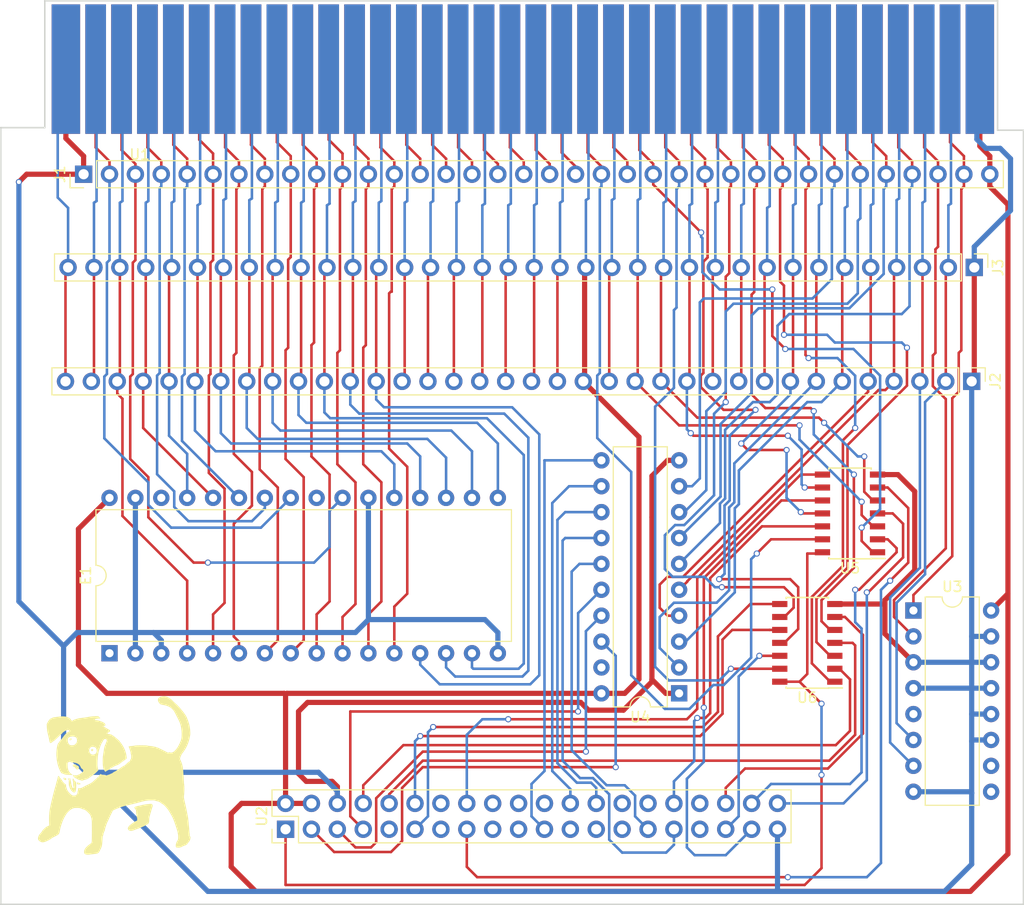
<source format=kicad_pcb>
(kicad_pcb (version 4) (host pcbnew 4.0.7)
  (layers (0 F.Cu signal) (31 B.Cu signal) (34 B.Paste user) (35 F.Paste user) (36 B.SilkS user) (37 F.SilkS user) (38 B.Mask user) (39 F.Mask user) (44 Edge.Cuts user))
  (net 0 "")
  (net 1 "Net-(J1-Pad14)")
  (net 2 "Net-(J1-Pad15)")
  (net 3 "Net-(J1-Pad16)")
  (net 4 "Net-(J1-Pad17)")
  (net 5 "Net-(J1-Pad18)")
  (net 6 "Net-(J1-Pad19)")
  (net 7 "Net-(J1-Pad20)")
  (net 8 "Net-(J1-Pad21)")
  (net 9 "Net-(J1-Pad22)")
  (net 10 "Net-(J1-Pad23)")
  (net 11 "Net-(J1-Pad24)")
  (net 12 "Net-(J1-Pad25)")
  (net 13 "Net-(J1-Pad26)")
  (net 14 "Net-(J1-Pad27)")
  (net 15 "Net-(J1-Pad28)")
  (net 16 "Net-(J1-Pad29)")
  (net 17 "Net-(J1-Pad30)")
  (net 18 "Net-(J1-Pad31)")
  (net 19 "Net-(J1-Pad32)")
  (net 20 "Net-(J1-Pad33)")
  (net 21 "Net-(J1-Pad34)")
  (net 22 "Net-(J1-Pad35)")
  (net 23 "Net-(J2-Pad2)")
  (net 24 "Net-(J2-Pad3)")
  (net 25 "Net-(J2-Pad4)")
  (net 26 "Net-(J2-Pad5)")
  (net 27 "Net-(J2-Pad6)")
  (net 28 "Net-(J2-Pad7)")
  (net 29 "Net-(J2-Pad8)")
  (net 30 "Net-(J2-Pad9)")
  (net 31 "Net-(J2-Pad10)")
  (net 32 "Net-(J2-Pad11)")
  (net 33 "Net-(J2-Pad12)")
  (net 34 "Net-(J2-Pad13)")
  (net 35 "Net-(J2-Pad14)")
  (net 36 "Net-(J2-Pad15)")
  (net 37 "Net-(J2-Pad17)")
  (net 38 "Net-(J2-Pad18)")
  (net 39 "Net-(J2-Pad19)")
  (net 40 "Net-(J2-Pad20)")
  (net 41 "Net-(J2-Pad21)")
  (net 42 "Net-(J2-Pad22)")
  (net 43 "Net-(J2-Pad35)")
  (net 44 "Net-(J2-Pad36)")
  (net 45 GND)
  (net 46 "Net-(E1-Pad17)")
  (net 47 "Net-(E1-Pad18)")
  (net 48 "Net-(E1-Pad19)")
  (net 49 "Net-(E1-Pad4)")
  (net 50 "Net-(E1-Pad20)")
  (net 51 "Net-(E1-Pad5)")
  (net 52 "Net-(E1-Pad21)")
  (net 53 "Net-(E1-Pad6)")
  (net 54 "Net-(E1-Pad7)")
  (net 55 "Net-(E1-Pad23)")
  (net 56 "Net-(E1-Pad8)")
  (net 57 "Net-(E1-Pad9)")
  (net 58 "Net-(E1-Pad25)")
  (net 59 "Net-(E1-Pad10)")
  (net 60 "Net-(E1-Pad26)")
  (net 61 "Net-(E1-Pad11)")
  (net 62 "Net-(E1-Pad27)")
  (net 63 "Net-(E1-Pad12)")
  (net 64 "Net-(E1-Pad28)")
  (net 65 "Net-(E1-Pad13)")
  (net 66 "Net-(E1-Pad29)")
  (net 67 "Net-(E1-Pad14)")
  (net 68 "Net-(E1-Pad15)")
  (net 69 5V)
  (net 70 "Net-(E1-Pad24)")
  (net 71 "Net-(U2-Pad3)")
  (net 72 "Net-(U2-Pad5)")
  (net 73 "Net-(U2-Pad7)")
  (net 74 "Net-(U2-Pad21)")
  (net 75 "Net-(U2-Pad24)")
  (net 76 "Net-(U2-Pad26)")
  (net 77 "Net-(U2-Pad29)")
  (net 78 "Net-(U2-Pad31)")
  (net 79 3v)
  (net 80 3vA0)
  (net 81 3vA1)
  (net 82 3vA3)
  (net 83 3vA4)
  (net 84 3vA8)
  (net 85 3vA9)
  (net 86 3vRD)
  (net 87 3vA5)
  (net 88 3vA2)
  (net 89 3vA13)
  (net 90 3vA6)
  (net 91 3vA7)
  (module Housings_SOIC:SOIC-14_3.9x8.7mm_Pitch1.27mm (layer F.Cu) (at 113.411 100.076 180)
    (fp_text reference U6 (at 0 -5.375 180) (layer F.SilkS))
    (fp_text value MC74VHCT50A)
    (pad 1 smd rect (at -2.7 -3.81 180) (size 1.5 0.6) (layers F.Cu F.Paste F.Mask) (net 16 "Net-(J1-Pad29)"))
    (pad 2 smd rect (at -2.7 -2.54 180) (size 1.5 0.6) (layers F.Cu F.Paste F.Mask) (net 80 3vA0))
    (pad 3 smd rect (at -2.7 -1.27 180) (size 1.5 0.6) (layers F.Cu F.Paste F.Mask) (net 15 "Net-(J1-Pad28)"))
    (pad 4 smd rect (at -2.7 0 180) (size 1.5 0.6) (layers F.Cu F.Paste F.Mask) (net 81 3vA1))
    (pad 5 smd rect (at -2.7 1.27 180) (size 1.5 0.6) (layers F.Cu F.Paste F.Mask) (net 14 "Net-(J1-Pad27)"))
    (pad 6 smd rect (at -2.7 2.54 180) (size 1.5 0.6) (layers F.Cu F.Paste F.Mask) (net 88 3vA2))
    (pad 7 smd rect (at -2.7 3.81 180) (size 1.5 0.6) (layers F.Cu F.Paste F.Mask) (net 45 GND))
    (pad 8 smd rect (at 2.7 3.81 180) (size 1.5 0.6) (layers F.Cu F.Paste F.Mask) (net 82 3vA3))
    (pad 9 smd rect (at 2.7 2.54 180) (size 1.5 0.6) (layers F.Cu F.Paste F.Mask) (net 13 "Net-(J1-Pad26)"))
    (pad 10 smd rect (at 2.7 1.27 180) (size 1.5 0.6) (layers F.Cu F.Paste F.Mask) (net 83 3vA4))
    (pad 11 smd rect (at 2.7 0 180) (size 1.5 0.6) (layers F.Cu F.Paste F.Mask) (net 12 "Net-(J1-Pad25)"))
    (pad 12 smd rect (at 2.7 -1.27 180) (size 1.5 0.6) (layers F.Cu F.Paste F.Mask) (net 87 3vA5))
    (pad 13 smd rect (at 2.7 -2.54 180) (size 1.5 0.6) (layers F.Cu F.Paste F.Mask) (net 11 "Net-(J1-Pad24)"))
    (pad 14 smd rect (at 2.7 -3.81 180) (size 1.5 0.6) (layers F.Cu F.Paste F.Mask) (net 79 3v))
  )
  (module Housings_DIP:DIP-16_W7.62mm (layer F.Cu) (at 123.825 96.901)
    (fp_text reference U3 (at 3.81 -2.33) (layer F.SilkS))
    (fp_text value nescic)
    (pad 1 thru_hole rect (at 0 0) (size 1.6 1.6) (drill 0.8) (layers *.Cu *.Mask) (net 22 "Net-(J1-Pad35)"))
    (pad 9 thru_hole oval (at 7.62 17.78) (size 1.6 1.6) (drill 0.8) (layers *.Cu *.Mask))
    (pad 2 thru_hole oval (at 0 2.54) (size 1.6 1.6) (drill 0.8) (layers *.Cu *.Mask) (net 21 "Net-(J1-Pad34)"))
    (pad 10 thru_hole oval (at 7.62 15.24) (size 1.6 1.6) (drill 0.8) (layers *.Cu *.Mask))
    (pad 3 thru_hole oval (at 0 5.08) (size 1.6 1.6) (drill 0.8) (layers *.Cu *.Mask) (net 45 GND))
    (pad 11 thru_hole oval (at 7.62 12.7) (size 1.6 1.6) (drill 0.8) (layers *.Cu *.Mask) (net 45 GND))
    (pad 4 thru_hole oval (at 0 7.62) (size 1.6 1.6) (drill 0.8) (layers *.Cu *.Mask) (net 45 GND))
    (pad 12 thru_hole oval (at 7.62 10.16) (size 1.6 1.6) (drill 0.8) (layers *.Cu *.Mask) (net 45 GND))
    (pad 5 thru_hole oval (at 0 10.16) (size 1.6 1.6) (drill 0.8) (layers *.Cu *.Mask))
    (pad 13 thru_hole oval (at 7.62 7.62) (size 1.6 1.6) (drill 0.8) (layers *.Cu *.Mask) (net 45 GND))
    (pad 6 thru_hole oval (at 0 12.7) (size 1.6 1.6) (drill 0.8) (layers *.Cu *.Mask) (net 23 "Net-(J2-Pad2)"))
    (pad 14 thru_hole oval (at 7.62 5.08) (size 1.6 1.6) (drill 0.8) (layers *.Cu *.Mask) (net 45 GND))
    (pad 7 thru_hole oval (at 0 15.24) (size 1.6 1.6) (drill 0.8) (layers *.Cu *.Mask) (net 24 "Net-(J2-Pad3)"))
    (pad 15 thru_hole oval (at 7.62 2.54) (size 1.6 1.6) (drill 0.8) (layers *.Cu *.Mask) (net 45 GND))
    (pad 8 thru_hole oval (at 0 17.78) (size 1.6 1.6) (drill 0.8) (layers *.Cu *.Mask) (net 45 GND))
    (pad 16 thru_hole oval (at 7.62 0) (size 1.6 1.6) (drill 0.8) (layers *.Cu *.Mask) (net 69 5V))
  )
  (module Pin_Headers:Pin_Header_Straight_1x36_Pitch2.54mm (layer F.Cu) (at 42.418 54.102 90)
    (fp_text reference J1 (at 0 -2.33 90) (layer F.SilkS))
    (fp_text value Conn_01x36)
    (pad 1 thru_hole rect (at 0 0 90) (size 1.7 1.7) (drill 1) (layers *.Cu *.Mask) (net 45 GND))
    (pad 2 thru_hole oval (at 0 2.54 90) (size 1.7 1.7) (drill 1) (layers *.Cu *.Mask) (net 58 "Net-(E1-Pad25)"))
    (pad 3 thru_hole oval (at 0 5.08 90) (size 1.7 1.7) (drill 1) (layers *.Cu *.Mask) (net 55 "Net-(E1-Pad23)"))
    (pad 4 thru_hole oval (at 0 7.62 90) (size 1.7 1.7) (drill 1) (layers *.Cu *.Mask) (net 60 "Net-(E1-Pad26)"))
    (pad 5 thru_hole oval (at 0 10.16 90) (size 1.7 1.7) (drill 1) (layers *.Cu *.Mask) (net 62 "Net-(E1-Pad27)"))
    (pad 6 thru_hole oval (at 0 12.7 90) (size 1.7 1.7) (drill 1) (layers *.Cu *.Mask) (net 51 "Net-(E1-Pad5)"))
    (pad 7 thru_hole oval (at 0 15.24 90) (size 1.7 1.7) (drill 1) (layers *.Cu *.Mask) (net 53 "Net-(E1-Pad6)"))
    (pad 8 thru_hole oval (at 0 17.78 90) (size 1.7 1.7) (drill 1) (layers *.Cu *.Mask) (net 54 "Net-(E1-Pad7)"))
    (pad 9 thru_hole oval (at 0 20.32 90) (size 1.7 1.7) (drill 1) (layers *.Cu *.Mask) (net 56 "Net-(E1-Pad8)"))
    (pad 10 thru_hole oval (at 0 22.86 90) (size 1.7 1.7) (drill 1) (layers *.Cu *.Mask) (net 57 "Net-(E1-Pad9)"))
    (pad 11 thru_hole oval (at 0 25.4 90) (size 1.7 1.7) (drill 1) (layers *.Cu *.Mask) (net 59 "Net-(E1-Pad10)"))
    (pad 12 thru_hole oval (at 0 27.94 90) (size 1.7 1.7) (drill 1) (layers *.Cu *.Mask) (net 61 "Net-(E1-Pad11)"))
    (pad 13 thru_hole oval (at 0 30.48 90) (size 1.7 1.7) (drill 1) (layers *.Cu *.Mask) (net 63 "Net-(E1-Pad12)"))
    (pad 14 thru_hole oval (at 0 33.02 90) (size 1.7 1.7) (drill 1) (layers *.Cu *.Mask) (net 1 "Net-(J1-Pad14)"))
    (pad 15 thru_hole oval (at 0 35.56 90) (size 1.7 1.7) (drill 1) (layers *.Cu *.Mask) (net 2 "Net-(J1-Pad15)"))
    (pad 16 thru_hole oval (at 0 38.1 90) (size 1.7 1.7) (drill 1) (layers *.Cu *.Mask) (net 3 "Net-(J1-Pad16)"))
    (pad 17 thru_hole oval (at 0 40.64 90) (size 1.7 1.7) (drill 1) (layers *.Cu *.Mask) (net 4 "Net-(J1-Pad17)"))
    (pad 18 thru_hole oval (at 0 43.18 90) (size 1.7 1.7) (drill 1) (layers *.Cu *.Mask) (net 5 "Net-(J1-Pad18)"))
    (pad 19 thru_hole oval (at 0 45.72 90) (size 1.7 1.7) (drill 1) (layers *.Cu *.Mask) (net 6 "Net-(J1-Pad19)"))
    (pad 20 thru_hole oval (at 0 48.26 90) (size 1.7 1.7) (drill 1) (layers *.Cu *.Mask) (net 7 "Net-(J1-Pad20)"))
    (pad 21 thru_hole oval (at 0 50.8 90) (size 1.7 1.7) (drill 1) (layers *.Cu *.Mask) (net 8 "Net-(J1-Pad21)"))
    (pad 22 thru_hole oval (at 0 53.34 90) (size 1.7 1.7) (drill 1) (layers *.Cu *.Mask) (net 9 "Net-(J1-Pad22)"))
    (pad 23 thru_hole oval (at 0 55.88 90) (size 1.7 1.7) (drill 1) (layers *.Cu *.Mask) (net 10 "Net-(J1-Pad23)"))
    (pad 24 thru_hole oval (at 0 58.42 90) (size 1.7 1.7) (drill 1) (layers *.Cu *.Mask) (net 11 "Net-(J1-Pad24)"))
    (pad 25 thru_hole oval (at 0 60.96 90) (size 1.7 1.7) (drill 1) (layers *.Cu *.Mask) (net 12 "Net-(J1-Pad25)"))
    (pad 26 thru_hole oval (at 0 63.5 90) (size 1.7 1.7) (drill 1) (layers *.Cu *.Mask) (net 13 "Net-(J1-Pad26)"))
    (pad 27 thru_hole oval (at 0 66.04 90) (size 1.7 1.7) (drill 1) (layers *.Cu *.Mask) (net 14 "Net-(J1-Pad27)"))
    (pad 28 thru_hole oval (at 0 68.58 90) (size 1.7 1.7) (drill 1) (layers *.Cu *.Mask) (net 15 "Net-(J1-Pad28)"))
    (pad 29 thru_hole oval (at 0 71.12 90) (size 1.7 1.7) (drill 1) (layers *.Cu *.Mask) (net 16 "Net-(J1-Pad29)"))
    (pad 30 thru_hole oval (at 0 73.66 90) (size 1.7 1.7) (drill 1) (layers *.Cu *.Mask) (net 17 "Net-(J1-Pad30)"))
    (pad 31 thru_hole oval (at 0 76.2 90) (size 1.7 1.7) (drill 1) (layers *.Cu *.Mask) (net 18 "Net-(J1-Pad31)"))
    (pad 32 thru_hole oval (at 0 78.74 90) (size 1.7 1.7) (drill 1) (layers *.Cu *.Mask) (net 19 "Net-(J1-Pad32)"))
    (pad 33 thru_hole oval (at 0 81.28 90) (size 1.7 1.7) (drill 1) (layers *.Cu *.Mask) (net 20 "Net-(J1-Pad33)"))
    (pad 34 thru_hole oval (at 0 83.82 90) (size 1.7 1.7) (drill 1) (layers *.Cu *.Mask) (net 21 "Net-(J1-Pad34)"))
    (pad 35 thru_hole oval (at 0 86.36 90) (size 1.7 1.7) (drill 1) (layers *.Cu *.Mask) (net 22 "Net-(J1-Pad35)"))
    (pad 36 thru_hole oval (at 0 88.9 90) (size 1.7 1.7) (drill 1) (layers *.Cu *.Mask) (net 69 5V))
  )
  (module Pin_Headers:Pin_Header_Straight_1x36_Pitch2.54mm (layer F.Cu) (at 129.54 74.422 270)
    (fp_text reference J2 (at 0 -2.33 270) (layer F.SilkS))
    (fp_text value Conn_01x36)
    (pad 1 thru_hole rect (at 0 0 270) (size 1.7 1.7) (drill 1) (layers *.Cu *.Mask) (net 45 GND))
    (pad 2 thru_hole oval (at 0 2.54 270) (size 1.7 1.7) (drill 1) (layers *.Cu *.Mask) (net 23 "Net-(J2-Pad2)"))
    (pad 3 thru_hole oval (at 0 5.08 270) (size 1.7 1.7) (drill 1) (layers *.Cu *.Mask) (net 24 "Net-(J2-Pad3)"))
    (pad 4 thru_hole oval (at 0 7.62 270) (size 1.7 1.7) (drill 1) (layers *.Cu *.Mask) (net 25 "Net-(J2-Pad4)"))
    (pad 5 thru_hole oval (at 0 10.16 270) (size 1.7 1.7) (drill 1) (layers *.Cu *.Mask) (net 26 "Net-(J2-Pad5)"))
    (pad 6 thru_hole oval (at 0 12.7 270) (size 1.7 1.7) (drill 1) (layers *.Cu *.Mask) (net 27 "Net-(J2-Pad6)"))
    (pad 7 thru_hole oval (at 0 15.24 270) (size 1.7 1.7) (drill 1) (layers *.Cu *.Mask) (net 28 "Net-(J2-Pad7)"))
    (pad 8 thru_hole oval (at 0 17.78 270) (size 1.7 1.7) (drill 1) (layers *.Cu *.Mask) (net 29 "Net-(J2-Pad8)"))
    (pad 9 thru_hole oval (at 0 20.32 270) (size 1.7 1.7) (drill 1) (layers *.Cu *.Mask) (net 30 "Net-(J2-Pad9)"))
    (pad 10 thru_hole oval (at 0 22.86 270) (size 1.7 1.7) (drill 1) (layers *.Cu *.Mask) (net 31 "Net-(J2-Pad10)"))
    (pad 11 thru_hole oval (at 0 25.4 270) (size 1.7 1.7) (drill 1) (layers *.Cu *.Mask) (net 32 "Net-(J2-Pad11)"))
    (pad 12 thru_hole oval (at 0 27.94 270) (size 1.7 1.7) (drill 1) (layers *.Cu *.Mask) (net 33 "Net-(J2-Pad12)"))
    (pad 13 thru_hole oval (at 0 30.48 270) (size 1.7 1.7) (drill 1) (layers *.Cu *.Mask) (net 34 "Net-(J2-Pad13)"))
    (pad 14 thru_hole oval (at 0 33.02 270) (size 1.7 1.7) (drill 1) (layers *.Cu *.Mask) (net 35 "Net-(J2-Pad14)"))
    (pad 15 thru_hole oval (at 0 35.56 270) (size 1.7 1.7) (drill 1) (layers *.Cu *.Mask) (net 36 "Net-(J2-Pad15)"))
    (pad 16 thru_hole oval (at 0 38.1 270) (size 1.7 1.7) (drill 1) (layers *.Cu *.Mask) (net 69 5V))
    (pad 17 thru_hole oval (at 0 40.64 270) (size 1.7 1.7) (drill 1) (layers *.Cu *.Mask) (net 37 "Net-(J2-Pad17)"))
    (pad 18 thru_hole oval (at 0 43.18 270) (size 1.7 1.7) (drill 1) (layers *.Cu *.Mask) (net 38 "Net-(J2-Pad18)"))
    (pad 19 thru_hole oval (at 0 45.72 270) (size 1.7 1.7) (drill 1) (layers *.Cu *.Mask) (net 39 "Net-(J2-Pad19)"))
    (pad 20 thru_hole oval (at 0 48.26 270) (size 1.7 1.7) (drill 1) (layers *.Cu *.Mask) (net 40 "Net-(J2-Pad20)"))
    (pad 21 thru_hole oval (at 0 50.8 270) (size 1.7 1.7) (drill 1) (layers *.Cu *.Mask) (net 41 "Net-(J2-Pad21)"))
    (pad 22 thru_hole oval (at 0 53.34 270) (size 1.7 1.7) (drill 1) (layers *.Cu *.Mask) (net 42 "Net-(J2-Pad22)"))
    (pad 23 thru_hole oval (at 0 55.88 270) (size 1.7 1.7) (drill 1) (layers *.Cu *.Mask) (net 70 "Net-(E1-Pad24)"))
    (pad 24 thru_hole oval (at 0 58.42 270) (size 1.7 1.7) (drill 1) (layers *.Cu *.Mask) (net 65 "Net-(E1-Pad13)"))
    (pad 25 thru_hole oval (at 0 60.96 270) (size 1.7 1.7) (drill 1) (layers *.Cu *.Mask) (net 67 "Net-(E1-Pad14)"))
    (pad 26 thru_hole oval (at 0 63.5 270) (size 1.7 1.7) (drill 1) (layers *.Cu *.Mask) (net 68 "Net-(E1-Pad15)"))
    (pad 27 thru_hole oval (at 0 66.04 270) (size 1.7 1.7) (drill 1) (layers *.Cu *.Mask) (net 46 "Net-(E1-Pad17)"))
    (pad 28 thru_hole oval (at 0 68.58 270) (size 1.7 1.7) (drill 1) (layers *.Cu *.Mask) (net 47 "Net-(E1-Pad18)"))
    (pad 29 thru_hole oval (at 0 71.12 270) (size 1.7 1.7) (drill 1) (layers *.Cu *.Mask) (net 48 "Net-(E1-Pad19)"))
    (pad 30 thru_hole oval (at 0 73.66 270) (size 1.7 1.7) (drill 1) (layers *.Cu *.Mask) (net 50 "Net-(E1-Pad20)"))
    (pad 31 thru_hole oval (at 0 76.2 270) (size 1.7 1.7) (drill 1) (layers *.Cu *.Mask) (net 52 "Net-(E1-Pad21)"))
    (pad 32 thru_hole oval (at 0 78.74 270) (size 1.7 1.7) (drill 1) (layers *.Cu *.Mask) (net 66 "Net-(E1-Pad29)"))
    (pad 33 thru_hole oval (at 0 81.28 270) (size 1.7 1.7) (drill 1) (layers *.Cu *.Mask) (net 64 "Net-(E1-Pad28)"))
    (pad 34 thru_hole oval (at 0 83.82 270) (size 1.7 1.7) (drill 1) (layers *.Cu *.Mask) (net 49 "Net-(E1-Pad4)"))
    (pad 35 thru_hole oval (at 0 86.36 270) (size 1.7 1.7) (drill 1) (layers *.Cu *.Mask) (net 43 "Net-(J2-Pad35)"))
    (pad 36 thru_hole oval (at 0 88.9 270) (size 1.7 1.7) (drill 1) (layers *.Cu *.Mask) (net 44 "Net-(J2-Pad36)"))
  )
  (module Pin_Headers:Pin_Header_Straight_1x36_Pitch2.54mm (layer F.Cu) (at 129.794 63.246 270)
    (fp_text reference J3 (at 0 -2.33 270) (layer F.SilkS))
    (fp_text value Conn_01x36)
    (pad 1 thru_hole rect (at 0 0 270) (size 1.7 1.7) (drill 1) (layers *.Cu *.Mask) (net 45 GND))
    (pad 2 thru_hole oval (at 0 2.54 270) (size 1.7 1.7) (drill 1) (layers *.Cu *.Mask) (net 23 "Net-(J2-Pad2)"))
    (pad 3 thru_hole oval (at 0 5.08 270) (size 1.7 1.7) (drill 1) (layers *.Cu *.Mask) (net 24 "Net-(J2-Pad3)"))
    (pad 4 thru_hole oval (at 0 7.62 270) (size 1.7 1.7) (drill 1) (layers *.Cu *.Mask) (net 25 "Net-(J2-Pad4)"))
    (pad 5 thru_hole oval (at 0 10.16 270) (size 1.7 1.7) (drill 1) (layers *.Cu *.Mask) (net 26 "Net-(J2-Pad5)"))
    (pad 6 thru_hole oval (at 0 12.7 270) (size 1.7 1.7) (drill 1) (layers *.Cu *.Mask) (net 27 "Net-(J2-Pad6)"))
    (pad 7 thru_hole oval (at 0 15.24 270) (size 1.7 1.7) (drill 1) (layers *.Cu *.Mask) (net 28 "Net-(J2-Pad7)"))
    (pad 8 thru_hole oval (at 0 17.78 270) (size 1.7 1.7) (drill 1) (layers *.Cu *.Mask) (net 29 "Net-(J2-Pad8)"))
    (pad 9 thru_hole oval (at 0 20.32 270) (size 1.7 1.7) (drill 1) (layers *.Cu *.Mask) (net 30 "Net-(J2-Pad9)"))
    (pad 10 thru_hole oval (at 0 22.86 270) (size 1.7 1.7) (drill 1) (layers *.Cu *.Mask) (net 31 "Net-(J2-Pad10)"))
    (pad 11 thru_hole oval (at 0 25.4 270) (size 1.7 1.7) (drill 1) (layers *.Cu *.Mask) (net 32 "Net-(J2-Pad11)"))
    (pad 12 thru_hole oval (at 0 27.94 270) (size 1.7 1.7) (drill 1) (layers *.Cu *.Mask) (net 33 "Net-(J2-Pad12)"))
    (pad 13 thru_hole oval (at 0 30.48 270) (size 1.7 1.7) (drill 1) (layers *.Cu *.Mask) (net 34 "Net-(J2-Pad13)"))
    (pad 14 thru_hole oval (at 0 33.02 270) (size 1.7 1.7) (drill 1) (layers *.Cu *.Mask) (net 35 "Net-(J2-Pad14)"))
    (pad 15 thru_hole oval (at 0 35.56 270) (size 1.7 1.7) (drill 1) (layers *.Cu *.Mask) (net 36 "Net-(J2-Pad15)"))
    (pad 16 thru_hole oval (at 0 38.1 270) (size 1.7 1.7) (drill 1) (layers *.Cu *.Mask) (net 69 5V))
    (pad 17 thru_hole oval (at 0 40.64 270) (size 1.7 1.7) (drill 1) (layers *.Cu *.Mask) (net 37 "Net-(J2-Pad17)"))
    (pad 18 thru_hole oval (at 0 43.18 270) (size 1.7 1.7) (drill 1) (layers *.Cu *.Mask) (net 38 "Net-(J2-Pad18)"))
    (pad 19 thru_hole oval (at 0 45.72 270) (size 1.7 1.7) (drill 1) (layers *.Cu *.Mask) (net 39 "Net-(J2-Pad19)"))
    (pad 20 thru_hole oval (at 0 48.26 270) (size 1.7 1.7) (drill 1) (layers *.Cu *.Mask) (net 40 "Net-(J2-Pad20)"))
    (pad 21 thru_hole oval (at 0 50.8 270) (size 1.7 1.7) (drill 1) (layers *.Cu *.Mask) (net 41 "Net-(J2-Pad21)"))
    (pad 22 thru_hole oval (at 0 53.34 270) (size 1.7 1.7) (drill 1) (layers *.Cu *.Mask) (net 42 "Net-(J2-Pad22)"))
    (pad 23 thru_hole oval (at 0 55.88 270) (size 1.7 1.7) (drill 1) (layers *.Cu *.Mask) (net 70 "Net-(E1-Pad24)"))
    (pad 24 thru_hole oval (at 0 58.42 270) (size 1.7 1.7) (drill 1) (layers *.Cu *.Mask) (net 65 "Net-(E1-Pad13)"))
    (pad 25 thru_hole oval (at 0 60.96 270) (size 1.7 1.7) (drill 1) (layers *.Cu *.Mask) (net 67 "Net-(E1-Pad14)"))
    (pad 26 thru_hole oval (at 0 63.5 270) (size 1.7 1.7) (drill 1) (layers *.Cu *.Mask) (net 68 "Net-(E1-Pad15)"))
    (pad 27 thru_hole oval (at 0 66.04 270) (size 1.7 1.7) (drill 1) (layers *.Cu *.Mask) (net 46 "Net-(E1-Pad17)"))
    (pad 28 thru_hole oval (at 0 68.58 270) (size 1.7 1.7) (drill 1) (layers *.Cu *.Mask) (net 47 "Net-(E1-Pad18)"))
    (pad 29 thru_hole oval (at 0 71.12 270) (size 1.7 1.7) (drill 1) (layers *.Cu *.Mask) (net 48 "Net-(E1-Pad19)"))
    (pad 30 thru_hole oval (at 0 73.66 270) (size 1.7 1.7) (drill 1) (layers *.Cu *.Mask) (net 50 "Net-(E1-Pad20)"))
    (pad 31 thru_hole oval (at 0 76.2 270) (size 1.7 1.7) (drill 1) (layers *.Cu *.Mask) (net 52 "Net-(E1-Pad21)"))
    (pad 32 thru_hole oval (at 0 78.74 270) (size 1.7 1.7) (drill 1) (layers *.Cu *.Mask) (net 66 "Net-(E1-Pad29)"))
    (pad 33 thru_hole oval (at 0 81.28 270) (size 1.7 1.7) (drill 1) (layers *.Cu *.Mask) (net 64 "Net-(E1-Pad28)"))
    (pad 34 thru_hole oval (at 0 83.82 270) (size 1.7 1.7) (drill 1) (layers *.Cu *.Mask) (net 49 "Net-(E1-Pad4)"))
    (pad 35 thru_hole oval (at 0 86.36 270) (size 1.7 1.7) (drill 1) (layers *.Cu *.Mask) (net 43 "Net-(J2-Pad35)"))
    (pad 36 thru_hole oval (at 0 88.9 270) (size 1.7 1.7) (drill 1) (layers *.Cu *.Mask) (net 44 "Net-(J2-Pad36)"))
  )
  (module footprints:cartedge (layer F.Cu) (at 39.0271 50.1396)
    (fp_text reference U1 (at 8.89 2.032) (layer F.SilkS))
    (fp_text value nescartheader)
    (pad 2 connect rect (at 4.572 -6.35) (size 2.032 12.7) (layers F.Cu F.Mask) (net 58 "Net-(E1-Pad25)"))
    (pad 3 connect rect (at 7.112 -6.35) (size 2.032 12.7) (layers F.Cu F.Mask) (net 55 "Net-(E1-Pad23)"))
    (pad 4 connect rect (at 9.652 -6.35) (size 2.032 12.7) (layers F.Cu F.Mask) (net 60 "Net-(E1-Pad26)"))
    (pad 5 connect rect (at 12.192 -6.35) (size 2.032 12.7) (layers F.Cu F.Mask) (net 62 "Net-(E1-Pad27)"))
    (pad 6 connect rect (at 14.732 -6.35) (size 2.032 12.7) (layers F.Cu F.Mask) (net 51 "Net-(E1-Pad5)"))
    (pad 7 connect rect (at 17.272 -6.35) (size 2.032 12.7) (layers F.Cu F.Mask) (net 53 "Net-(E1-Pad6)"))
    (pad 8 connect rect (at 19.812 -6.35) (size 2.032 12.7) (layers F.Cu F.Mask) (net 54 "Net-(E1-Pad7)"))
    (pad 9 connect rect (at 22.352 -6.35) (size 2.032 12.7) (layers F.Cu F.Mask) (net 56 "Net-(E1-Pad8)"))
    (pad 10 connect rect (at 24.892 -6.35) (size 2.032 12.7) (layers F.Cu F.Mask) (net 57 "Net-(E1-Pad9)"))
    (pad 11 connect rect (at 27.432 -6.35) (size 2.032 12.7) (layers F.Cu F.Mask) (net 59 "Net-(E1-Pad10)"))
    (pad 12 connect rect (at 29.972 -6.35) (size 2.032 12.7) (layers F.Cu F.Mask) (net 61 "Net-(E1-Pad11)"))
    (pad 13 connect rect (at 32.512 -6.35) (size 2.032 12.7) (layers F.Cu F.Mask) (net 63 "Net-(E1-Pad12)"))
    (pad 1 connect rect (at 1.651 -6.35) (size 2.794 12.7) (layers F.Cu F.Mask) (net 45 GND))
    (pad 14 connect rect (at 35.052 -6.35) (size 2.032 12.7) (layers F.Cu F.Mask) (net 1 "Net-(J1-Pad14)"))
    (pad 15 connect rect (at 37.592 -6.35) (size 2.032 12.7) (layers F.Cu F.Mask) (net 2 "Net-(J1-Pad15)"))
    (pad 16 connect rect (at 40.132 -6.35) (size 2.032 12.7) (layers F.Cu F.Mask) (net 3 "Net-(J1-Pad16)"))
    (pad 17 connect rect (at 42.672 -6.35) (size 2.032 12.7) (layers F.Cu F.Mask) (net 4 "Net-(J1-Pad17)"))
    (pad 18 connect rect (at 45.212 -6.35) (size 2.032 12.7) (layers F.Cu F.Mask) (net 5 "Net-(J1-Pad18)"))
    (pad 19 connect rect (at 47.752 -6.35) (size 2.032 12.7) (layers F.Cu F.Mask) (net 6 "Net-(J1-Pad19)"))
    (pad 20 connect rect (at 50.292 -6.35) (size 2.032 12.7) (layers F.Cu F.Mask) (net 7 "Net-(J1-Pad20)"))
    (pad 21 connect rect (at 52.832 -6.35) (size 2.032 12.7) (layers F.Cu F.Mask) (net 8 "Net-(J1-Pad21)"))
    (pad 22 connect rect (at 55.372 -6.35) (size 2.032 12.7) (layers F.Cu F.Mask) (net 9 "Net-(J1-Pad22)"))
    (pad 23 connect rect (at 57.912 -6.35) (size 2.032 12.7) (layers F.Cu F.Mask) (net 10 "Net-(J1-Pad23)"))
    (pad 24 connect rect (at 60.452 -6.35) (size 2.032 12.7) (layers F.Cu F.Mask) (net 11 "Net-(J1-Pad24)"))
    (pad 25 connect rect (at 62.992 -6.35) (size 2.032 12.7) (layers F.Cu F.Mask) (net 12 "Net-(J1-Pad25)"))
    (pad 26 connect rect (at 65.532 -6.35) (size 2.032 12.7) (layers F.Cu F.Mask) (net 13 "Net-(J1-Pad26)"))
    (pad 27 connect rect (at 68.072 -6.35) (size 2.032 12.7) (layers F.Cu F.Mask) (net 14 "Net-(J1-Pad27)"))
    (pad 28 connect rect (at 70.612 -6.35) (size 2.032 12.7) (layers F.Cu F.Mask) (net 15 "Net-(J1-Pad28)"))
    (pad 29 connect rect (at 73.152 -6.35) (size 2.032 12.7) (layers F.Cu F.Mask) (net 16 "Net-(J1-Pad29)"))
    (pad 30 connect rect (at 75.692 -6.35) (size 2.032 12.7) (layers F.Cu F.Mask) (net 17 "Net-(J1-Pad30)"))
    (pad 31 connect rect (at 78.232 -6.35) (size 2.032 12.7) (layers F.Cu F.Mask) (net 18 "Net-(J1-Pad31)"))
    (pad 32 connect rect (at 80.772 -6.35) (size 2.032 12.7) (layers F.Cu F.Mask) (net 19 "Net-(J1-Pad32)"))
    (pad 33 connect rect (at 83.312 -6.35) (size 2.032 12.7) (layers F.Cu F.Mask) (net 20 "Net-(J1-Pad33)"))
    (pad 34 connect rect (at 85.852 -6.35) (size 2.032 12.7) (layers F.Cu F.Mask) (net 21 "Net-(J1-Pad34)"))
    (pad 35 connect rect (at 88.392 -6.35) (size 2.032 12.7) (layers F.Cu F.Mask) (net 22 "Net-(J1-Pad35)"))
    (pad 36 connect rect (at 91.313 -6.35) (size 2.794 12.7) (layers F.Cu F.Mask) (net 69 5V))
    (pad 37 connect rect (at 1.651 -6.35) (size 2.794 12.7) (layers B.Cu B.Mask) (net 44 "Net-(J2-Pad36)"))
    (pad 38 connect rect (at 4.572 -6.35) (size 2.032 12.7) (layers B.Cu B.Mask) (net 43 "Net-(J2-Pad35)"))
    (pad 39 connect rect (at 7.112 -6.35) (size 2.032 12.7) (layers B.Cu B.Mask) (net 49 "Net-(E1-Pad4)"))
    (pad 40 connect rect (at 9.652 -6.35) (size 2.032 12.7) (layers B.Cu B.Mask) (net 64 "Net-(E1-Pad28)"))
    (pad 41 connect rect (at 12.192 -6.35) (size 2.032 12.7) (layers B.Cu B.Mask) (net 66 "Net-(E1-Pad29)"))
    (pad 42 connect rect (at 14.732 -6.35) (size 2.032 12.7) (layers B.Cu B.Mask) (net 52 "Net-(E1-Pad21)"))
    (pad 43 connect rect (at 17.272 -6.35) (size 2.032 12.7) (layers B.Cu B.Mask) (net 50 "Net-(E1-Pad20)"))
    (pad 44 connect rect (at 19.812 -6.35) (size 2.032 12.7) (layers B.Cu B.Mask) (net 48 "Net-(E1-Pad19)"))
    (pad 45 connect rect (at 22.352 -6.35) (size 2.032 12.7) (layers B.Cu B.Mask) (net 47 "Net-(E1-Pad18)"))
    (pad 46 connect rect (at 24.892 -6.35) (size 2.032 12.7) (layers B.Cu B.Mask) (net 46 "Net-(E1-Pad17)"))
    (pad 47 connect rect (at 27.432 -6.35) (size 2.032 12.7) (layers B.Cu B.Mask) (net 68 "Net-(E1-Pad15)"))
    (pad 48 connect rect (at 29.972 -6.35) (size 2.032 12.7) (layers B.Cu B.Mask) (net 67 "Net-(E1-Pad14)"))
    (pad 49 connect rect (at 32.512 -6.35) (size 2.032 12.7) (layers B.Cu B.Mask) (net 65 "Net-(E1-Pad13)"))
    (pad 50 connect rect (at 35.052 -6.35) (size 2.032 12.7) (layers B.Cu B.Mask) (net 70 "Net-(E1-Pad24)"))
    (pad 51 connect rect (at 37.592 -6.35) (size 2.032 12.7) (layers B.Cu B.Mask) (net 42 "Net-(J2-Pad22)"))
    (pad 52 connect rect (at 40.132 -6.35) (size 2.032 12.7) (layers B.Cu B.Mask) (net 41 "Net-(J2-Pad21)"))
    (pad 53 connect rect (at 42.672 -6.35) (size 2.032 12.7) (layers B.Cu B.Mask) (net 40 "Net-(J2-Pad20)"))
    (pad 54 connect rect (at 45.212 -6.35) (size 2.032 12.7) (layers B.Cu B.Mask) (net 39 "Net-(J2-Pad19)"))
    (pad 55 connect rect (at 47.752 -6.35) (size 2.032 12.7) (layers B.Cu B.Mask) (net 38 "Net-(J2-Pad18)"))
    (pad 56 connect rect (at 50.292 -6.35) (size 2.032 12.7) (layers B.Cu B.Mask) (net 37 "Net-(J2-Pad17)"))
    (pad 57 connect rect (at 52.832 -6.35) (size 2.032 12.7) (layers B.Cu B.Mask) (net 69 5V))
    (pad 58 connect rect (at 55.372 -6.35) (size 2.032 12.7) (layers B.Cu B.Mask) (net 36 "Net-(J2-Pad15)"))
    (pad 59 connect rect (at 57.912 -6.35) (size 2.032 12.7) (layers B.Cu B.Mask) (net 35 "Net-(J2-Pad14)"))
    (pad 60 connect rect (at 60.452 -6.35) (size 2.032 12.7) (layers B.Cu B.Mask) (net 34 "Net-(J2-Pad13)"))
    (pad 61 connect rect (at 62.992 -6.35) (size 2.032 12.7) (layers B.Cu B.Mask) (net 33 "Net-(J2-Pad12)"))
    (pad 62 connect rect (at 65.532 -6.35) (size 2.032 12.7) (layers B.Cu B.Mask) (net 32 "Net-(J2-Pad11)"))
    (pad 63 connect rect (at 68.072 -6.35) (size 2.032 12.7) (layers B.Cu B.Mask) (net 31 "Net-(J2-Pad10)"))
    (pad 64 connect rect (at 70.612 -6.35) (size 2.032 12.7) (layers B.Cu B.Mask) (net 30 "Net-(J2-Pad9)"))
    (pad 65 connect rect (at 73.152 -6.35) (size 2.032 12.7) (layers B.Cu B.Mask) (net 29 "Net-(J2-Pad8)"))
    (pad 66 connect rect (at 75.692 -6.35) (size 2.032 12.7) (layers B.Cu B.Mask) (net 28 "Net-(J2-Pad7)"))
    (pad 67 connect rect (at 78.232 -6.35) (size 2.032 12.7) (layers B.Cu B.Mask) (net 27 "Net-(J2-Pad6)"))
    (pad 68 connect rect (at 80.772 -6.35) (size 2.032 12.7) (layers B.Cu B.Mask) (net 26 "Net-(J2-Pad5)"))
    (pad 69 connect rect (at 83.312 -6.35) (size 2.032 12.7) (layers B.Cu B.Mask) (net 25 "Net-(J2-Pad4)"))
    (pad 70 connect rect (at 85.852 -6.35) (size 2.032 12.7) (layers B.Cu B.Mask) (net 24 "Net-(J2-Pad3)"))
    (pad 71 connect rect (at 88.392 -6.35) (size 2.032 12.7) (layers B.Cu B.Mask) (net 23 "Net-(J2-Pad2)"))
    (pad 72 connect rect (at 91.313 -6.35) (size 2.794 12.7) (layers B.Cu B.Mask) (net 45 GND))
  )
  (module Pin_Headers:Pin_Header_Straight_2x20_Pitch2.54mm (layer F.Cu) (at 62.23 118.364 90)
    (fp_text reference U2 (at 1.27 -2.33 90) (layer F.SilkS))
    (fp_text value piheader)
    (pad 1 thru_hole rect (at 0 0 90) (size 1.7 1.7) (drill 1) (layers *.Cu *.Mask) (net 79 3v))
    (pad 2 thru_hole oval (at 2.54 0 90) (size 1.7 1.7) (drill 1) (layers *.Cu *.Mask) (net 69 5V))
    (pad 3 thru_hole oval (at 0 2.54 90) (size 1.7 1.7) (drill 1) (layers *.Cu *.Mask) (net 71 "Net-(U2-Pad3)"))
    (pad 4 thru_hole oval (at 2.54 2.54 90) (size 1.7 1.7) (drill 1) (layers *.Cu *.Mask) (net 69 5V))
    (pad 5 thru_hole oval (at 0 5.08 90) (size 1.7 1.7) (drill 1) (layers *.Cu *.Mask) (net 72 "Net-(U2-Pad5)"))
    (pad 6 thru_hole oval (at 2.54 5.08 90) (size 1.7 1.7) (drill 1) (layers *.Cu *.Mask) (net 45 GND))
    (pad 7 thru_hole oval (at 0 7.62 90) (size 1.7 1.7) (drill 1) (layers *.Cu *.Mask) (net 73 "Net-(U2-Pad7)"))
    (pad 8 thru_hole oval (at 2.54 7.62 90) (size 1.7 1.7) (drill 1) (layers *.Cu *.Mask) (net 80 3vA0))
    (pad 9 thru_hole oval (at 0 10.16 90) (size 1.7 1.7) (drill 1) (layers *.Cu *.Mask))
    (pad 10 thru_hole oval (at 2.54 10.16 90) (size 1.7 1.7) (drill 1) (layers *.Cu *.Mask) (net 81 3vA1))
    (pad 11 thru_hole oval (at 0 12.7 90) (size 1.7 1.7) (drill 1) (layers *.Cu *.Mask) (net 82 3vA3))
    (pad 12 thru_hole oval (at 2.54 12.7 90) (size 1.7 1.7) (drill 1) (layers *.Cu *.Mask) (net 83 3vA4))
    (pad 13 thru_hole oval (at 0 15.24 90) (size 1.7 1.7) (drill 1) (layers *.Cu *.Mask))
    (pad 14 thru_hole oval (at 2.54 15.24 90) (size 1.7 1.7) (drill 1) (layers *.Cu *.Mask))
    (pad 15 thru_hole oval (at 0 17.78 90) (size 1.7 1.7) (drill 1) (layers *.Cu *.Mask) (net 84 3vA8))
    (pad 16 thru_hole oval (at 2.54 17.78 90) (size 1.7 1.7) (drill 1) (layers *.Cu *.Mask) (net 85 3vA9))
    (pad 17 thru_hole oval (at 0 20.32 90) (size 1.7 1.7) (drill 1) (layers *.Cu *.Mask))
    (pad 18 thru_hole oval (at 2.54 20.32 90) (size 1.7 1.7) (drill 1) (layers *.Cu *.Mask))
    (pad 19 thru_hole oval (at 0 22.86 90) (size 1.7 1.7) (drill 1) (layers *.Cu *.Mask))
    (pad 20 thru_hole oval (at 2.54 22.86 90) (size 1.7 1.7) (drill 1) (layers *.Cu *.Mask))
    (pad 21 thru_hole oval (at 0 25.4 90) (size 1.7 1.7) (drill 1) (layers *.Cu *.Mask) (net 74 "Net-(U2-Pad21)"))
    (pad 22 thru_hole oval (at 2.54 25.4 90) (size 1.7 1.7) (drill 1) (layers *.Cu *.Mask))
    (pad 23 thru_hole oval (at 0 27.94 90) (size 1.7 1.7) (drill 1) (layers *.Cu *.Mask))
    (pad 24 thru_hole oval (at 2.54 27.94 90) (size 1.7 1.7) (drill 1) (layers *.Cu *.Mask) (net 75 "Net-(U2-Pad24)"))
    (pad 25 thru_hole oval (at 0 30.48 90) (size 1.7 1.7) (drill 1) (layers *.Cu *.Mask))
    (pad 26 thru_hole oval (at 2.54 30.48 90) (size 1.7 1.7) (drill 1) (layers *.Cu *.Mask) (net 76 "Net-(U2-Pad26)"))
    (pad 27 thru_hole oval (at 0 33.02 90) (size 1.7 1.7) (drill 1) (layers *.Cu *.Mask))
    (pad 28 thru_hole oval (at 2.54 33.02 90) (size 1.7 1.7) (drill 1) (layers *.Cu *.Mask))
    (pad 29 thru_hole oval (at 0 35.56 90) (size 1.7 1.7) (drill 1) (layers *.Cu *.Mask) (net 77 "Net-(U2-Pad29)"))
    (pad 30 thru_hole oval (at 2.54 35.56 90) (size 1.7 1.7) (drill 1) (layers *.Cu *.Mask))
    (pad 31 thru_hole oval (at 0 38.1 90) (size 1.7 1.7) (drill 1) (layers *.Cu *.Mask) (net 78 "Net-(U2-Pad31)"))
    (pad 32 thru_hole oval (at 2.54 38.1 90) (size 1.7 1.7) (drill 1) (layers *.Cu *.Mask) (net 86 3vRD))
    (pad 33 thru_hole oval (at 0 40.64 90) (size 1.7 1.7) (drill 1) (layers *.Cu *.Mask))
    (pad 34 thru_hole oval (at 2.54 40.64 90) (size 1.7 1.7) (drill 1) (layers *.Cu *.Mask))
    (pad 35 thru_hole oval (at 0 43.18 90) (size 1.7 1.7) (drill 1) (layers *.Cu *.Mask) (net 87 3vA5))
    (pad 36 thru_hole oval (at 2.54 43.18 90) (size 1.7 1.7) (drill 1) (layers *.Cu *.Mask) (net 88 3vA2))
    (pad 37 thru_hole oval (at 0 45.72 90) (size 1.7 1.7) (drill 1) (layers *.Cu *.Mask) (net 89 3vA13))
    (pad 38 thru_hole oval (at 2.54 45.72 90) (size 1.7 1.7) (drill 1) (layers *.Cu *.Mask) (net 90 3vA6))
    (pad 39 thru_hole oval (at 0 48.26 90) (size 1.7 1.7) (drill 1) (layers *.Cu *.Mask) (net 45 GND))
    (pad 40 thru_hole oval (at 2.54 48.26 90) (size 1.7 1.7) (drill 1) (layers *.Cu *.Mask) (net 91 3vA7))
  )
  (module Housings_DIP:DIP-32_W15.24mm (layer F.Cu) (at 44.958 101.092 90)
    (fp_text reference E1 (at 7.62 -2.33 90) (layer F.SilkS))
    (fp_text value GLS29EE010)
    (pad 1 thru_hole rect (at 0 0 90) (size 1.6 1.6) (drill 0.8) (layers *.Cu *.Mask))
    (pad 17 thru_hole oval (at 15.24 38.1 90) (size 1.6 1.6) (drill 0.8) (layers *.Cu *.Mask) (net 46 "Net-(E1-Pad17)"))
    (pad 2 thru_hole oval (at 0 2.54 90) (size 1.6 1.6) (drill 0.8) (layers *.Cu *.Mask) (net 45 GND))
    (pad 18 thru_hole oval (at 15.24 35.56 90) (size 1.6 1.6) (drill 0.8) (layers *.Cu *.Mask) (net 47 "Net-(E1-Pad18)"))
    (pad 3 thru_hole oval (at 0 5.08 90) (size 1.6 1.6) (drill 0.8) (layers *.Cu *.Mask) (net 45 GND))
    (pad 19 thru_hole oval (at 15.24 33.02 90) (size 1.6 1.6) (drill 0.8) (layers *.Cu *.Mask) (net 48 "Net-(E1-Pad19)"))
    (pad 4 thru_hole oval (at 0 7.62 90) (size 1.6 1.6) (drill 0.8) (layers *.Cu *.Mask) (net 49 "Net-(E1-Pad4)"))
    (pad 20 thru_hole oval (at 15.24 30.48 90) (size 1.6 1.6) (drill 0.8) (layers *.Cu *.Mask) (net 50 "Net-(E1-Pad20)"))
    (pad 5 thru_hole oval (at 0 10.16 90) (size 1.6 1.6) (drill 0.8) (layers *.Cu *.Mask) (net 51 "Net-(E1-Pad5)"))
    (pad 21 thru_hole oval (at 15.24 27.94 90) (size 1.6 1.6) (drill 0.8) (layers *.Cu *.Mask) (net 52 "Net-(E1-Pad21)"))
    (pad 6 thru_hole oval (at 0 12.7 90) (size 1.6 1.6) (drill 0.8) (layers *.Cu *.Mask) (net 53 "Net-(E1-Pad6)"))
    (pad 22 thru_hole oval (at 15.24 25.4 90) (size 1.6 1.6) (drill 0.8) (layers *.Cu *.Mask) (net 45 GND))
    (pad 7 thru_hole oval (at 0 15.24 90) (size 1.6 1.6) (drill 0.8) (layers *.Cu *.Mask) (net 54 "Net-(E1-Pad7)"))
    (pad 23 thru_hole oval (at 15.24 22.86 90) (size 1.6 1.6) (drill 0.8) (layers *.Cu *.Mask) (net 55 "Net-(E1-Pad23)"))
    (pad 8 thru_hole oval (at 0 17.78 90) (size 1.6 1.6) (drill 0.8) (layers *.Cu *.Mask) (net 56 "Net-(E1-Pad8)"))
    (pad 24 thru_hole oval (at 15.24 20.32 90) (size 1.6 1.6) (drill 0.8) (layers *.Cu *.Mask) (net 70 "Net-(E1-Pad24)"))
    (pad 9 thru_hole oval (at 0 20.32 90) (size 1.6 1.6) (drill 0.8) (layers *.Cu *.Mask) (net 57 "Net-(E1-Pad9)"))
    (pad 25 thru_hole oval (at 15.24 17.78 90) (size 1.6 1.6) (drill 0.8) (layers *.Cu *.Mask) (net 58 "Net-(E1-Pad25)"))
    (pad 10 thru_hole oval (at 0 22.86 90) (size 1.6 1.6) (drill 0.8) (layers *.Cu *.Mask) (net 59 "Net-(E1-Pad10)"))
    (pad 26 thru_hole oval (at 15.24 15.24 90) (size 1.6 1.6) (drill 0.8) (layers *.Cu *.Mask) (net 60 "Net-(E1-Pad26)"))
    (pad 11 thru_hole oval (at 0 25.4 90) (size 1.6 1.6) (drill 0.8) (layers *.Cu *.Mask) (net 61 "Net-(E1-Pad11)"))
    (pad 27 thru_hole oval (at 15.24 12.7 90) (size 1.6 1.6) (drill 0.8) (layers *.Cu *.Mask) (net 62 "Net-(E1-Pad27)"))
    (pad 12 thru_hole oval (at 0 27.94 90) (size 1.6 1.6) (drill 0.8) (layers *.Cu *.Mask) (net 63 "Net-(E1-Pad12)"))
    (pad 28 thru_hole oval (at 15.24 10.16 90) (size 1.6 1.6) (drill 0.8) (layers *.Cu *.Mask) (net 64 "Net-(E1-Pad28)"))
    (pad 13 thru_hole oval (at 0 30.48 90) (size 1.6 1.6) (drill 0.8) (layers *.Cu *.Mask) (net 65 "Net-(E1-Pad13)"))
    (pad 29 thru_hole oval (at 15.24 7.62 90) (size 1.6 1.6) (drill 0.8) (layers *.Cu *.Mask) (net 66 "Net-(E1-Pad29)"))
    (pad 14 thru_hole oval (at 0 33.02 90) (size 1.6 1.6) (drill 0.8) (layers *.Cu *.Mask) (net 67 "Net-(E1-Pad14)"))
    (pad 30 thru_hole oval (at 15.24 5.08 90) (size 1.6 1.6) (drill 0.8) (layers *.Cu *.Mask))
    (pad 15 thru_hole oval (at 0 35.56 90) (size 1.6 1.6) (drill 0.8) (layers *.Cu *.Mask) (net 68 "Net-(E1-Pad15)"))
    (pad 31 thru_hole oval (at 15.24 2.54 90) (size 1.6 1.6) (drill 0.8) (layers *.Cu *.Mask) (net 45 GND))
    (pad 16 thru_hole oval (at 0 38.1 90) (size 1.6 1.6) (drill 0.8) (layers *.Cu *.Mask) (net 45 GND))
    (pad 32 thru_hole oval (at 15.24 0 90) (size 1.6 1.6) (drill 0.8) (layers *.Cu *.Mask) (net 69 5V))
  )
  (module Housings_DIP:DIP-20_W7.62mm (layer F.Cu) (at 100.838 105.029 180)
    (fp_text reference U4 (at 3.81 -2.33 180) (layer F.SilkS))
    (fp_text value CD74FCT245)
    (pad 1 thru_hole rect (at 0 0 180) (size 1.6 1.6) (drill 0.8) (layers *.Cu *.Mask) (net 45 GND))
    (pad 11 thru_hole oval (at 7.62 22.86 180) (size 1.6 1.6) (drill 0.8) (layers *.Cu *.Mask) (net 74 "Net-(U2-Pad21)"))
    (pad 2 thru_hole oval (at 0 2.54 180) (size 1.6 1.6) (drill 0.8) (layers *.Cu *.Mask) (net 28 "Net-(J2-Pad7)"))
    (pad 12 thru_hole oval (at 7.62 20.32 180) (size 1.6 1.6) (drill 0.8) (layers *.Cu *.Mask) (net 75 "Net-(U2-Pad24)"))
    (pad 3 thru_hole oval (at 0 5.08 180) (size 1.6 1.6) (drill 0.8) (layers *.Cu *.Mask) (net 27 "Net-(J2-Pad6)"))
    (pad 13 thru_hole oval (at 7.62 17.78 180) (size 1.6 1.6) (drill 0.8) (layers *.Cu *.Mask) (net 76 "Net-(U2-Pad26)"))
    (pad 4 thru_hole oval (at 0 7.62 180) (size 1.6 1.6) (drill 0.8) (layers *.Cu *.Mask) (net 26 "Net-(J2-Pad5)"))
    (pad 14 thru_hole oval (at 7.62 15.24 180) (size 1.6 1.6) (drill 0.8) (layers *.Cu *.Mask) (net 78 "Net-(U2-Pad31)"))
    (pad 5 thru_hole oval (at 0 10.16 180) (size 1.6 1.6) (drill 0.8) (layers *.Cu *.Mask) (net 25 "Net-(J2-Pad4)"))
    (pad 15 thru_hole oval (at 7.62 12.7 180) (size 1.6 1.6) (drill 0.8) (layers *.Cu *.Mask) (net 77 "Net-(U2-Pad29)"))
    (pad 6 thru_hole oval (at 0 12.7 180) (size 1.6 1.6) (drill 0.8) (layers *.Cu *.Mask) (net 20 "Net-(J1-Pad33)"))
    (pad 16 thru_hole oval (at 7.62 10.16 180) (size 1.6 1.6) (drill 0.8) (layers *.Cu *.Mask) (net 73 "Net-(U2-Pad7)"))
    (pad 7 thru_hole oval (at 0 15.24 180) (size 1.6 1.6) (drill 0.8) (layers *.Cu *.Mask) (net 19 "Net-(J1-Pad32)"))
    (pad 17 thru_hole oval (at 7.62 7.62 180) (size 1.6 1.6) (drill 0.8) (layers *.Cu *.Mask) (net 72 "Net-(U2-Pad5)"))
    (pad 8 thru_hole oval (at 0 17.78 180) (size 1.6 1.6) (drill 0.8) (layers *.Cu *.Mask) (net 18 "Net-(J1-Pad31)"))
    (pad 18 thru_hole oval (at 7.62 5.08 180) (size 1.6 1.6) (drill 0.8) (layers *.Cu *.Mask) (net 71 "Net-(U2-Pad3)"))
    (pad 9 thru_hole oval (at 0 20.32 180) (size 1.6 1.6) (drill 0.8) (layers *.Cu *.Mask) (net 17 "Net-(J1-Pad30)"))
    (pad 19 thru_hole oval (at 7.62 2.54 180) (size 1.6 1.6) (drill 0.8) (layers *.Cu *.Mask))
    (pad 10 thru_hole oval (at 0 22.86 180) (size 1.6 1.6) (drill 0.8) (layers *.Cu *.Mask) (net 45 GND))
    (pad 20 thru_hole oval (at 7.62 0 180) (size 1.6 1.6) (drill 0.8) (layers *.Cu *.Mask) (net 69 5V))
  )
  (module footprints:logo (layer F.Cu) (at 45.212 113.157)
    (fp_text reference G*** hide)
    (fp_text value LOGO hide)
  )
  (module Housings_SOIC:SOIC-14_3.9x8.7mm_Pitch1.27mm (layer F.Cu) (at 117.602 87.376 180)
    (fp_text reference U5 (at 0 -5.375 180) (layer F.SilkS))
    (fp_text value MC74VHCT50A)
    (pad 1 smd rect (at -2.7 -3.81 180) (size 1.5 0.6) (layers F.Cu F.Paste F.Mask) (net 10 "Net-(J1-Pad23)"))
    (pad 2 smd rect (at -2.7 -2.54 180) (size 1.5 0.6) (layers F.Cu F.Paste F.Mask) (net 90 3vA6))
    (pad 3 smd rect (at -2.7 -1.27 180) (size 1.5 0.6) (layers F.Cu F.Paste F.Mask) (net 35 "Net-(J2-Pad14)"))
    (pad 4 smd rect (at -2.7 0 180) (size 1.5 0.6) (layers F.Cu F.Paste F.Mask) (net 91 3vA7))
    (pad 5 smd rect (at -2.7 1.27 180) (size 1.5 0.6) (layers F.Cu F.Paste F.Mask) (net 34 "Net-(J2-Pad13)"))
    (pad 6 smd rect (at -2.7 2.54 180) (size 1.5 0.6) (layers F.Cu F.Paste F.Mask) (net 84 3vA8))
    (pad 7 smd rect (at -2.7 3.81 180) (size 1.5 0.6) (layers F.Cu F.Paste F.Mask) (net 45 GND))
    (pad 8 smd rect (at 2.7 3.81 180) (size 1.5 0.6) (layers F.Cu F.Paste F.Mask) (net 85 3vA9))
    (pad 9 smd rect (at 2.7 2.54 180) (size 1.5 0.6) (layers F.Cu F.Paste F.Mask) (net 33 "Net-(J2-Pad12)"))
    (pad 10 smd rect (at 2.7 1.27 180) (size 1.5 0.6) (layers F.Cu F.Paste F.Mask) (net 89 3vA13))
    (pad 11 smd rect (at 2.7 0 180) (size 1.5 0.6) (layers F.Cu F.Paste F.Mask) (net 29 "Net-(J2-Pad8)"))
    (pad 12 smd rect (at 2.7 -1.27 180) (size 1.5 0.6) (layers F.Cu F.Paste F.Mask) (net 86 3vRD))
    (pad 13 smd rect (at 2.7 -2.54 180) (size 1.5 0.6) (layers F.Cu F.Paste F.Mask) (net 8 "Net-(J1-Pad21)"))
    (pad 14 smd rect (at 2.7 -3.81 180) (size 1.5 0.6) (layers F.Cu F.Paste F.Mask) (net 79 3v))
  )
  (gr_line (start 34.29 125.73) (end 34.29 49.53) (layer Edge.Cuts) (width 0.15))
  (gr_line (start 134.62 125.73) (end 34.29 125.73) (layer Edge.Cuts) (width 0.15))
  (gr_line (start 134.62 49.784) (end 134.62 125.73) (layer Edge.Cuts) (width 0.15))
  (gr_line (start 38.608 49.53) (end 38.608 37.084) (layer Edge.Cuts) (width 0.15))
  (gr_line (start 38.608 49.53) (end 34.29 49.53) (layer Edge.Cuts) (width 0.15))
  (gr_line (start 132.08 49.784) (end 134.62 49.784) (layer Edge.Cuts) (width 0.15))
  (gr_line (start 132.08 37.084) (end 132.08 49.784) (layer Edge.Cuts) (width 0.15))
  (gr_line (start 38.608 37.084) (end 132.08 37.084) (layer Edge.Cuts) (width 0.15))
  (segment (start 75.438 54.102) (end 75.438 52.578) (width 0.25) (layer F.Cu) (net 1))
  (segment (start 74.0791 51.2191) (end 74.0791 43.7896) (width 0.25) (layer F.Cu) (net 1))
  (segment (start 75.438 52.578) (end 74.0791 51.2191) (width 0.25) (layer F.Cu) (net 1))
  (segment (start 77.978 54.102) (end 77.978 52.578) (width 0.25) (layer F.Cu) (net 2))
  (segment (start 76.6191 51.2191) (end 76.6191 43.7896) (width 0.25) (layer F.Cu) (net 2))
  (segment (start 77.978 52.578) (end 76.6191 51.2191) (width 0.25) (layer F.Cu) (net 2))
  (segment (start 80.518 54.102) (end 80.518 52.832) (width 0.25) (layer F.Cu) (net 3))
  (segment (start 79.1591 51.4731) (end 79.1591 43.7896) (width 0.25) (layer F.Cu) (net 3))
  (segment (start 80.518 52.832) (end 79.1591 51.4731) (width 0.25) (layer F.Cu) (net 3))
  (segment (start 83.058 54.102) (end 83.058 53.086) (width 0.25) (layer F.Cu) (net 4))
  (segment (start 81.6991 51.7271) (end 81.6991 43.7896) (width 0.25) (layer F.Cu) (net 4))
  (segment (start 83.058 53.086) (end 81.6991 51.7271) (width 0.25) (layer F.Cu) (net 4))
  (segment (start 85.598 54.102) (end 85.598 52.832) (width 0.25) (layer F.Cu) (net 5))
  (segment (start 84.2391 51.4731) (end 84.2391 43.7896) (width 0.25) (layer F.Cu) (net 5))
  (segment (start 85.598 52.832) (end 84.2391 51.4731) (width 0.25) (layer F.Cu) (net 5))
  (segment (start 88.138 54.102) (end 88.138 53.086) (width 0.25) (layer F.Cu) (net 6))
  (segment (start 86.7791 51.7271) (end 86.7791 43.7896) (width 0.25) (layer F.Cu) (net 6))
  (segment (start 88.138 53.086) (end 86.7791 51.7271) (width 0.25) (layer F.Cu) (net 6))
  (segment (start 90.678 54.102) (end 90.678 53.34) (width 0.25) (layer F.Cu) (net 7))
  (segment (start 90.678 53.34) (end 89.3191 51.9811) (width 0.25) (layer F.Cu) (net 7))
  (segment (start 89.3191 51.9811) (end 89.3191 43.7896) (width 0.25) (layer F.Cu) (net 7))
  (segment (start 108.158001 91.612997) (end 108.458 91.312998) (width 0.25) (layer B.Cu) (net 8))
  (segment (start 105.21258 104.20901) (end 107.904001 101.517589) (width 0.25) (layer B.Cu) (net 8))
  (segment (start 101.854 106.553) (end 104.19799 104.20901) (width 0.25) (layer B.Cu) (net 8))
  (segment (start 104.19799 104.20901) (end 105.21258 104.20901) (width 0.25) (layer B.Cu) (net 8))
  (segment (start 108.757999 91.012999) (end 108.458 91.312998) (width 0.25) (layer F.Cu) (net 8))
  (segment (start 93.218 54.102) (end 93.218 55.304081) (width 0.25) (layer B.Cu) (net 8))
  (segment (start 99.441 106.553) (end 101.854 106.553) (width 0.25) (layer B.Cu) (net 8))
  (segment (start 96.139 83.312) (end 96.139 103.251) (width 0.25) (layer B.Cu) (net 8))
  (segment (start 96.139 103.251) (end 99.441 106.553) (width 0.25) (layer B.Cu) (net 8))
  (segment (start 92.804999 79.977999) (end 96.139 83.312) (width 0.25) (layer B.Cu) (net 8))
  (segment (start 107.904001 101.517589) (end 107.904001 91.866997) (width 0.25) (layer B.Cu) (net 8))
  (segment (start 107.904001 91.866997) (end 108.158001 91.612997) (width 0.25) (layer B.Cu) (net 8))
  (segment (start 92.804999 73.857999) (end 92.804999 79.977999) (width 0.25) (layer B.Cu) (net 8))
  (segment (start 93.058999 55.463082) (end 93.058999 73.603999) (width 0.25) (layer B.Cu) (net 8))
  (segment (start 93.058999 73.603999) (end 92.804999 73.857999) (width 0.25) (layer B.Cu) (net 8))
  (segment (start 93.218 55.304081) (end 93.058999 55.463082) (width 0.25) (layer B.Cu) (net 8))
  (segment (start 109.854998 89.916) (end 108.757999 91.012999) (width 0.25) (layer F.Cu) (net 8))
  (segment (start 114.902 89.916) (end 109.854998 89.916) (width 0.25) (layer F.Cu) (net 8))
  (via (at 108.458 91.312998) (size 0.6) (drill 0.4) (layers F.Cu B.Cu) (net 8))
  (segment (start 93.218 54.102) (end 93.218 53.34) (width 0.25) (layer F.Cu) (net 8))
  (segment (start 93.218 53.34) (end 91.8591 51.9811) (width 0.25) (layer F.Cu) (net 8))
  (segment (start 91.8591 51.9811) (end 91.8591 43.7896) (width 0.25) (layer F.Cu) (net 8))
  (segment (start 95.758 54.102) (end 95.758 52.832) (width 0.25) (layer F.Cu) (net 9))
  (segment (start 94.3991 51.4731) (end 94.3991 43.7896) (width 0.25) (layer F.Cu) (net 9))
  (segment (start 95.758 52.832) (end 94.3991 51.4731) (width 0.25) (layer F.Cu) (net 9))
  (segment (start 109.982 65.829264) (end 109.982 65.405) (width 0.25) (layer F.Cu) (net 10))
  (segment (start 103.124 63.715002) (end 104.813998 65.405) (width 0.25) (layer B.Cu) (net 10))
  (segment (start 103.124 60.368264) (end 103.124 63.715002) (width 0.25) (layer B.Cu) (net 10))
  (segment (start 109.982 69.977) (end 109.982 65.829264) (width 0.25) (layer F.Cu) (net 10))
  (segment (start 102.997 60.241264) (end 103.124 60.368264) (width 0.25) (layer B.Cu) (net 10))
  (segment (start 102.997 59.817) (end 102.997 60.241264) (width 0.25) (layer B.Cu) (net 10))
  (segment (start 104.813998 65.405) (end 109.557736 65.405) (width 0.25) (layer B.Cu) (net 10))
  (via (at 109.982 65.405) (size 0.6) (drill 0.4) (layers F.Cu B.Cu) (net 10))
  (segment (start 111.252 71.247) (end 109.982 69.977) (width 0.25) (layer F.Cu) (net 10))
  (segment (start 109.557736 65.405) (end 109.982 65.405) (width 0.25) (layer B.Cu) (net 10))
  (segment (start 109.982 69.632002) (end 109.982 65.405) (width 0.25) (layer F.Cu) (net 10))
  (segment (start 102.997 59.817) (end 98.298 55.118) (width 0.25) (layer F.Cu) (net 10))
  (segment (start 98.298 55.118) (end 98.298 54.102) (width 0.25) (layer F.Cu) (net 10))
  (via (at 102.997 59.817) (size 0.6) (drill 0.4) (layers F.Cu B.Cu) (net 10))
  (segment (start 118.745 88.773) (end 120.555001 86.962999) (width 0.25) (layer B.Cu) (net 10))
  (segment (start 120.555001 86.962999) (end 120.555001 73.857999) (width 0.25) (layer B.Cu) (net 10))
  (segment (start 120.555001 73.857999) (end 117.944002 71.247) (width 0.25) (layer B.Cu) (net 10))
  (segment (start 117.944002 71.247) (end 111.252 71.247) (width 0.25) (layer B.Cu) (net 10))
  (via (at 111.252 71.247) (size 0.6) (drill 0.4) (layers F.Cu B.Cu) (net 10))
  (segment (start 120.302 91.186) (end 119.852 91.186) (width 0.25) (layer F.Cu) (net 10))
  (segment (start 119.852 91.186) (end 118.745 90.079) (width 0.25) (layer F.Cu) (net 10))
  (segment (start 118.745 90.079) (end 118.745 89.994002) (width 0.25) (layer F.Cu) (net 10))
  (segment (start 118.745 89.994002) (end 118.745 88.773) (width 0.25) (layer F.Cu) (net 10))
  (via (at 118.745 88.773) (size 0.6) (drill 0.4) (layers F.Cu B.Cu) (net 10))
  (segment (start 98.298 54.102) (end 98.298 53.086) (width 0.25) (layer F.Cu) (net 10))
  (segment (start 96.9391 51.7271) (end 96.9391 43.7896) (width 0.25) (layer F.Cu) (net 10))
  (segment (start 98.298 53.086) (end 96.9391 51.7271) (width 0.25) (layer F.Cu) (net 10))
  (segment (start 105.918 102.616) (end 104.775 103.759) (width 0.25) (layer B.Cu) (net 11))
  (segment (start 104.775 103.759) (end 99.822 103.759) (width 0.25) (layer B.Cu) (net 11))
  (segment (start 99.822 103.759) (end 98.48299 102.41999) (width 0.25) (layer B.Cu) (net 11))
  (segment (start 98.48299 102.41999) (end 98.48299 76.90401) (width 0.25) (layer B.Cu) (net 11))
  (segment (start 98.48299 76.90401) (end 100.33 75.057) (width 0.25) (layer B.Cu) (net 11))
  (segment (start 100.33 75.057) (end 100.33 67.437) (width 0.25) (layer B.Cu) (net 11))
  (segment (start 100.33 67.437) (end 100.584 67.183) (width 0.25) (layer B.Cu) (net 11))
  (segment (start 100.584 67.183) (end 100.584 55.558081) (width 0.25) (layer B.Cu) (net 11))
  (segment (start 100.584 55.558081) (end 100.838 55.304081) (width 0.25) (layer B.Cu) (net 11))
  (segment (start 100.838 55.304081) (end 100.838 54.102) (width 0.25) (layer B.Cu) (net 11))
  (segment (start 110.711 102.616) (end 105.918 102.616) (width 0.25) (layer F.Cu) (net 11))
  (via (at 105.918 102.616) (size 0.6) (drill 0.4) (layers F.Cu B.Cu) (net 11))
  (segment (start 100.838 54.102) (end 100.838 52.832) (width 0.25) (layer F.Cu) (net 11))
  (segment (start 99.4791 51.4731) (end 99.4791 43.7896) (width 0.25) (layer F.Cu) (net 11))
  (segment (start 100.838 52.832) (end 99.4791 51.4731) (width 0.25) (layer F.Cu) (net 11))
  (segment (start 105.194743 93.825873) (end 104.770479 93.825873) (width 0.25) (layer F.Cu) (net 12))
  (segment (start 111.732873 93.825873) (end 105.194743 93.825873) (width 0.25) (layer F.Cu) (net 12))
  (segment (start 112.522 94.615) (end 111.732873 93.825873) (width 0.25) (layer F.Cu) (net 12))
  (segment (start 112.522 98.715) (end 112.522 94.615) (width 0.25) (layer F.Cu) (net 12))
  (segment (start 110.711 100.076) (end 111.161 100.076) (width 0.25) (layer F.Cu) (net 12))
  (segment (start 105.802022 86.0978) (end 105.294022 86.6058) (width 0.25) (layer B.Cu) (net 12))
  (segment (start 108.331 77.216) (end 105.802022 79.744978) (width 0.25) (layer B.Cu) (net 12))
  (segment (start 105.802022 79.744978) (end 105.802022 86.0978) (width 0.25) (layer B.Cu) (net 12))
  (segment (start 111.161 100.076) (end 112.522 98.715) (width 0.25) (layer F.Cu) (net 12))
  (via (at 104.770479 93.825873) (size 0.6) (drill 0.4) (layers F.Cu B.Cu) (net 12))
  (segment (start 105.294022 86.6058) (end 105.294022 93.30233) (width 0.25) (layer B.Cu) (net 12))
  (segment (start 105.294022 93.30233) (end 105.070478 93.525874) (width 0.25) (layer B.Cu) (net 12))
  (segment (start 105.070478 93.525874) (end 104.770479 93.825873) (width 0.25) (layer B.Cu) (net 12))
  (segment (start 103.632 55.558081) (end 103.632 62.268998) (width 0.25) (layer F.Cu) (net 12))
  (segment (start 103.632 62.268998) (end 103.218999 62.681999) (width 0.25) (layer F.Cu) (net 12))
  (segment (start 103.218999 62.681999) (end 103.218999 73.603999) (width 0.25) (layer F.Cu) (net 12))
  (segment (start 103.218999 73.603999) (end 102.964999 73.857999) (width 0.25) (layer F.Cu) (net 12))
  (segment (start 102.964999 73.857999) (end 102.964999 74.986001) (width 0.25) (layer F.Cu) (net 12))
  (segment (start 102.964999 74.986001) (end 105.194998 77.216) (width 0.25) (layer F.Cu) (net 12))
  (segment (start 105.194998 77.216) (end 108.331 77.216) (width 0.25) (layer F.Cu) (net 12))
  (via (at 108.331 77.216) (size 0.6) (drill 0.4) (layers F.Cu B.Cu) (net 12))
  (segment (start 103.378 54.102) (end 103.378 55.304081) (width 0.25) (layer F.Cu) (net 12))
  (segment (start 103.378 55.304081) (end 103.632 55.558081) (width 0.25) (layer F.Cu) (net 12))
  (segment (start 103.378 54.102) (end 103.378 52.578) (width 0.25) (layer F.Cu) (net 12))
  (segment (start 102.0191 51.2191) (end 102.0191 43.7896) (width 0.25) (layer F.Cu) (net 12))
  (segment (start 103.378 52.578) (end 102.0191 51.2191) (width 0.25) (layer F.Cu) (net 12))
  (segment (start 105.453264 94.615) (end 105.029 94.615) (width 0.25) (layer F.Cu) (net 13))
  (segment (start 105.41 76.454) (end 104.266295 77.597705) (width 0.25) (layer B.Cu) (net 13))
  (segment (start 111.161 97.536) (end 112.071989 96.625011) (width 0.25) (layer F.Cu) (net 13))
  (segment (start 112.071989 95.561989) (end 111.125 94.615) (width 0.25) (layer F.Cu) (net 13))
  (segment (start 110.711 97.536) (end 111.161 97.536) (width 0.25) (layer F.Cu) (net 13))
  (segment (start 100.203 93.599) (end 103.334736 93.599) (width 0.25) (layer B.Cu) (net 13))
  (segment (start 99.441 92.837) (end 100.203 93.599) (width 0.25) (layer B.Cu) (net 13))
  (segment (start 99.441 89.520998) (end 99.441 92.837) (width 0.25) (layer B.Cu) (net 13))
  (segment (start 104.266295 85.598705) (end 101.346 88.519) (width 0.25) (layer B.Cu) (net 13))
  (segment (start 103.334736 93.599) (end 104.350736 94.615) (width 0.25) (layer B.Cu) (net 13))
  (segment (start 104.350736 94.615) (end 104.604736 94.615) (width 0.25) (layer B.Cu) (net 13))
  (segment (start 100.442998 88.519) (end 99.441 89.520998) (width 0.25) (layer B.Cu) (net 13))
  (segment (start 101.346 88.519) (end 100.442998 88.519) (width 0.25) (layer B.Cu) (net 13))
  (segment (start 104.266295 77.597705) (end 104.266295 85.598705) (width 0.25) (layer B.Cu) (net 13))
  (segment (start 112.071989 96.625011) (end 112.071989 95.561989) (width 0.25) (layer F.Cu) (net 13))
  (via (at 105.029 94.615) (size 0.6) (drill 0.4) (layers F.Cu B.Cu) (net 13))
  (segment (start 104.604736 94.615) (end 105.029 94.615) (width 0.25) (layer B.Cu) (net 13))
  (segment (start 111.125 94.615) (end 105.453264 94.615) (width 0.25) (layer F.Cu) (net 13))
  (segment (start 105.918 54.102) (end 105.918 55.304081) (width 0.25) (layer F.Cu) (net 13))
  (segment (start 105.918 55.304081) (end 105.758999 55.463082) (width 0.25) (layer F.Cu) (net 13))
  (segment (start 105.758999 55.463082) (end 105.758999 63.810001) (width 0.25) (layer F.Cu) (net 13))
  (segment (start 105.758999 63.810001) (end 105.41 64.159) (width 0.25) (layer F.Cu) (net 13))
  (segment (start 105.41 64.159) (end 105.41 76.454) (width 0.25) (layer F.Cu) (net 13))
  (via (at 105.41 76.454) (size 0.6) (drill 0.4) (layers F.Cu B.Cu) (net 13))
  (segment (start 105.918 54.102) (end 105.918 52.832) (width 0.25) (layer F.Cu) (net 13))
  (segment (start 104.5591 51.4731) (end 104.5591 43.7896) (width 0.25) (layer F.Cu) (net 13))
  (segment (start 105.918 52.832) (end 104.5591 51.4731) (width 0.25) (layer F.Cu) (net 13))
  (segment (start 116.111 98.806) (end 115.661 98.806) (width 0.25) (layer F.Cu) (net 14))
  (segment (start 115.661 98.806) (end 114.808 97.953) (width 0.25) (layer F.Cu) (net 14))
  (segment (start 117.983 92.71282) (end 117.983 83.990264) (width 0.25) (layer F.Cu) (net 14))
  (segment (start 117.983 83.990264) (end 117.983 83.566) (width 0.25) (layer F.Cu) (net 14))
  (segment (start 114.046 79.629) (end 117.683001 83.266001) (width 0.25) (layer B.Cu) (net 14))
  (segment (start 117.683001 83.266001) (end 117.983 83.566) (width 0.25) (layer B.Cu) (net 14))
  (segment (start 114.808 95.88782) (end 117.983 92.71282) (width 0.25) (layer F.Cu) (net 14))
  (segment (start 114.808 97.953) (end 114.808 95.88782) (width 0.25) (layer F.Cu) (net 14))
  (segment (start 114.046 77.343) (end 114.046 79.629) (width 0.25) (layer B.Cu) (net 14))
  (via (at 117.983 83.566) (size 0.6) (drill 0.4) (layers F.Cu B.Cu) (net 14))
  (segment (start 114.046 77.343) (end 113.746001 77.043001) (width 0.25) (layer F.Cu) (net 14))
  (segment (start 113.746001 77.043001) (end 109.301001 77.043001) (width 0.25) (layer F.Cu) (net 14))
  (segment (start 109.301001 77.043001) (end 107.95 75.692) (width 0.25) (layer F.Cu) (net 14))
  (segment (start 107.95 75.692) (end 107.95 65.913) (width 0.25) (layer F.Cu) (net 14))
  (segment (start 107.95 65.913) (end 108.204 65.659) (width 0.25) (layer F.Cu) (net 14))
  (segment (start 108.204 65.659) (end 108.204 55.558081) (width 0.25) (layer F.Cu) (net 14))
  (segment (start 108.204 55.558081) (end 108.458 55.304081) (width 0.25) (layer F.Cu) (net 14))
  (segment (start 108.458 55.304081) (end 108.458 54.102) (width 0.25) (layer F.Cu) (net 14))
  (via (at 114.046 77.343) (size 0.6) (drill 0.4) (layers F.Cu B.Cu) (net 14))
  (segment (start 108.458 54.102) (end 108.458 52.832) (width 0.25) (layer F.Cu) (net 14))
  (segment (start 107.0991 51.4731) (end 107.0991 43.7896) (width 0.25) (layer F.Cu) (net 14))
  (segment (start 108.458 52.832) (end 107.0991 51.4731) (width 0.25) (layer F.Cu) (net 14))
  (segment (start 123.19 71.544264) (end 123.19 71.12) (width 0.25) (layer F.Cu) (net 15))
  (segment (start 114.311022 99.996022) (end 114.311022 95.748388) (width 0.25) (layer F.Cu) (net 15))
  (segment (start 114.311022 95.748388) (end 117.357999 92.701412) (width 0.25) (layer F.Cu) (net 15))
  (segment (start 123.19 74.839002) (end 123.19 71.544264) (width 0.25) (layer F.Cu) (net 15))
  (segment (start 117.357999 92.701412) (end 117.357999 80.671003) (width 0.25) (layer F.Cu) (net 15))
  (segment (start 115.661 101.346) (end 114.311022 99.996022) (width 0.25) (layer F.Cu) (net 15))
  (segment (start 116.111 101.346) (end 115.661 101.346) (width 0.25) (layer F.Cu) (net 15))
  (segment (start 117.357999 80.671003) (end 123.19 74.839002) (width 0.25) (layer F.Cu) (net 15))
  (segment (start 123.19 71.12) (end 122.682 70.612) (width 0.25) (layer B.Cu) (net 15))
  (segment (start 122.682 70.612) (end 116.114002 70.612) (width 0.25) (layer B.Cu) (net 15))
  (segment (start 116.114002 70.612) (end 115.352002 69.85) (width 0.25) (layer B.Cu) (net 15))
  (segment (start 115.352002 69.85) (end 114.725674 69.85) (width 0.25) (layer B.Cu) (net 15))
  (segment (start 114.725674 69.85) (end 111.125 69.85) (width 0.25) (layer B.Cu) (net 15))
  (segment (start 111.125 69.85) (end 111.125 65.024) (width 0.25) (layer F.Cu) (net 15))
  (segment (start 111.125 65.024) (end 110.744 64.643) (width 0.25) (layer F.Cu) (net 15))
  (segment (start 110.744 55.558081) (end 110.998 55.304081) (width 0.25) (layer F.Cu) (net 15))
  (segment (start 110.998 55.304081) (end 110.998 54.102) (width 0.25) (layer F.Cu) (net 15))
  (segment (start 110.744 64.643) (end 110.744 55.558081) (width 0.25) (layer F.Cu) (net 15))
  (via (at 111.125 69.85) (size 0.6) (drill 0.4) (layers F.Cu B.Cu) (net 15))
  (via (at 123.19 71.12) (size 0.6) (drill 0.4) (layers F.Cu B.Cu) (net 15))
  (segment (start 110.998 54.102) (end 110.998 52.578) (width 0.25) (layer F.Cu) (net 15))
  (segment (start 109.6391 51.2191) (end 109.6391 43.7896) (width 0.25) (layer F.Cu) (net 15))
  (segment (start 110.998 52.578) (end 109.6391 51.2191) (width 0.25) (layer F.Cu) (net 15))
  (segment (start 116.907988 92.515012) (end 116.907988 80.196012) (width 0.25) (layer F.Cu) (net 16))
  (segment (start 113.861011 95.561989) (end 116.907988 92.515012) (width 0.25) (layer F.Cu) (net 16))
  (segment (start 113.861011 102.086011) (end 113.861011 95.561989) (width 0.25) (layer F.Cu) (net 16))
  (segment (start 116.111 103.886) (end 115.661 103.886) (width 0.25) (layer F.Cu) (net 16))
  (segment (start 115.661 103.886) (end 113.861011 102.086011) (width 0.25) (layer F.Cu) (net 16))
  (segment (start 116.907988 80.196012) (end 117.810001 79.293999) (width 0.25) (layer F.Cu) (net 16))
  (segment (start 117.810001 79.293999) (end 118.11 78.994) (width 0.25) (layer F.Cu) (net 16))
  (segment (start 113.962264 72.136) (end 113.538 72.136) (width 0.25) (layer B.Cu) (net 16))
  (segment (start 116.375264 72.136) (end 113.962264 72.136) (width 0.25) (layer B.Cu) (net 16))
  (segment (start 118.11 73.870736) (end 116.375264 72.136) (width 0.25) (layer B.Cu) (net 16))
  (segment (start 118.11 78.994) (end 118.11 73.870736) (width 0.25) (layer B.Cu) (net 16))
  (segment (start 113.238001 71.836001) (end 113.538 72.136) (width 0.25) (layer F.Cu) (net 16))
  (segment (start 113.238001 55.60408) (end 113.238001 71.836001) (width 0.25) (layer F.Cu) (net 16))
  (segment (start 113.538 55.304081) (end 113.238001 55.60408) (width 0.25) (layer F.Cu) (net 16))
  (segment (start 113.538 54.102) (end 113.538 55.304081) (width 0.25) (layer F.Cu) (net 16))
  (via (at 113.538 72.136) (size 0.6) (drill 0.4) (layers F.Cu B.Cu) (net 16))
  (via (at 118.11 78.994) (size 0.6) (drill 0.4) (layers F.Cu B.Cu) (net 16))
  (segment (start 113.538 54.102) (end 113.538 52.578) (width 0.25) (layer F.Cu) (net 16))
  (segment (start 112.1791 51.2191) (end 112.1791 43.7896) (width 0.25) (layer F.Cu) (net 16))
  (segment (start 113.538 52.578) (end 112.1791 51.2191) (width 0.25) (layer F.Cu) (net 16))
  (segment (start 116.078 54.102) (end 116.078 55.304081) (width 0.25) (layer B.Cu) (net 17))
  (segment (start 116.078 55.304081) (end 115.824 55.558081) (width 0.25) (layer B.Cu) (net 17))
  (segment (start 115.824 55.558081) (end 115.824 64.389) (width 0.25) (layer B.Cu) (net 17))
  (segment (start 115.824 64.389) (end 113.919 66.294) (width 0.25) (layer B.Cu) (net 17))
  (segment (start 113.919 66.294) (end 103.251 66.294) (width 0.25) (layer B.Cu) (net 17))
  (segment (start 103.251 66.294) (end 102.87 66.675) (width 0.25) (layer B.Cu) (net 17))
  (segment (start 102.87 66.675) (end 102.87 83.947) (width 0.25) (layer B.Cu) (net 17))
  (segment (start 102.87 83.947) (end 102.108 84.709) (width 0.25) (layer B.Cu) (net 17))
  (segment (start 102.108 84.709) (end 100.838 84.709) (width 0.25) (layer B.Cu) (net 17))
  (segment (start 116.078 54.102) (end 116.078 52.578) (width 0.25) (layer F.Cu) (net 17))
  (segment (start 114.7191 51.2191) (end 114.7191 43.7896) (width 0.25) (layer F.Cu) (net 17))
  (segment (start 116.078 52.578) (end 114.7191 51.2191) (width 0.25) (layer F.Cu) (net 17))
  (segment (start 100.838 87.249) (end 101.346 87.249) (width 0.25) (layer B.Cu) (net 18))
  (segment (start 101.346 87.249) (end 103.505 85.09) (width 0.25) (layer B.Cu) (net 18))
  (segment (start 103.505 85.09) (end 103.505 77.343) (width 0.25) (layer B.Cu) (net 18))
  (segment (start 103.505 77.343) (end 105.41 75.438) (width 0.25) (layer B.Cu) (net 18))
  (segment (start 105.41 75.438) (end 105.41 67.564) (width 0.25) (layer B.Cu) (net 18))
  (segment (start 105.41 67.564) (end 106.172 66.802) (width 0.25) (layer B.Cu) (net 18))
  (segment (start 106.172 66.802) (end 117.348 66.802) (width 0.25) (layer B.Cu) (net 18))
  (segment (start 117.348 66.802) (end 118.364 65.786) (width 0.25) (layer B.Cu) (net 18))
  (segment (start 118.364 65.786) (end 118.364 58.674) (width 0.25) (layer B.Cu) (net 18))
  (segment (start 118.364 58.674) (end 118.618 58.42) (width 0.25) (layer B.Cu) (net 18))
  (segment (start 118.618 58.42) (end 118.618 54.102) (width 0.25) (layer B.Cu) (net 18))
  (segment (start 118.618 54.102) (end 118.618 53.086) (width 0.25) (layer F.Cu) (net 18))
  (segment (start 117.2591 51.7271) (end 117.2591 43.7896) (width 0.25) (layer F.Cu) (net 18))
  (segment (start 118.618 53.086) (end 117.2591 51.7271) (width 0.25) (layer F.Cu) (net 18))
  (segment (start 107.95 75.565) (end 104.902 78.613) (width 0.25) (layer B.Cu) (net 19))
  (segment (start 104.902 85.725) (end 101.637999 88.989001) (width 0.25) (layer B.Cu) (net 19))
  (segment (start 101.637999 88.989001) (end 100.838 89.789) (width 0.25) (layer B.Cu) (net 19))
  (segment (start 120.904 55.558081) (end 120.904 63.882411) (width 0.25) (layer B.Cu) (net 19))
  (segment (start 107.95 67.945) (end 107.95 75.565) (width 0.25) (layer B.Cu) (net 19))
  (segment (start 121.158 55.304081) (end 120.904 55.558081) (width 0.25) (layer B.Cu) (net 19))
  (segment (start 121.158 54.102) (end 121.158 55.304081) (width 0.25) (layer B.Cu) (net 19))
  (segment (start 120.904 63.882411) (end 117.5344 67.252011) (width 0.25) (layer B.Cu) (net 19))
  (segment (start 117.5344 67.252011) (end 108.642989 67.252011) (width 0.25) (layer B.Cu) (net 19))
  (segment (start 108.642989 67.252011) (end 107.95 67.945) (width 0.25) (layer B.Cu) (net 19))
  (segment (start 104.902 78.613) (end 104.902 85.725) (width 0.25) (layer B.Cu) (net 19))
  (segment (start 121.158 54.102) (end 121.158 52.324) (width 0.25) (layer F.Cu) (net 19))
  (segment (start 119.7991 50.9651) (end 119.7991 43.7896) (width 0.25) (layer F.Cu) (net 19))
  (segment (start 121.158 52.324) (end 119.7991 50.9651) (width 0.25) (layer F.Cu) (net 19))
  (segment (start 110.49 75.692) (end 110.49 68.961) (width 0.25) (layer B.Cu) (net 20))
  (segment (start 123.444 55.558081) (end 123.698 55.304081) (width 0.25) (layer B.Cu) (net 20))
  (segment (start 123.698 55.304081) (end 123.698 54.102) (width 0.25) (layer B.Cu) (net 20))
  (segment (start 104.844011 88.322989) (end 104.844011 86.4194) (width 0.25) (layer B.Cu) (net 20))
  (segment (start 122.682 67.818) (end 123.444 67.056) (width 0.25) (layer B.Cu) (net 20))
  (segment (start 123.444 67.056) (end 123.444 55.558081) (width 0.25) (layer B.Cu) (net 20))
  (segment (start 110.49 68.961) (end 111.633 67.818) (width 0.25) (layer B.Cu) (net 20))
  (segment (start 105.352011 79.178989) (end 108.077 76.454) (width 0.25) (layer B.Cu) (net 20))
  (segment (start 105.352011 85.9114) (end 105.352011 79.178989) (width 0.25) (layer B.Cu) (net 20))
  (segment (start 100.838 92.329) (end 104.844011 88.322989) (width 0.25) (layer B.Cu) (net 20))
  (segment (start 108.077 76.454) (end 109.728 76.454) (width 0.25) (layer B.Cu) (net 20))
  (segment (start 109.728 76.454) (end 110.49 75.692) (width 0.25) (layer B.Cu) (net 20))
  (segment (start 104.844011 86.4194) (end 105.352011 85.9114) (width 0.25) (layer B.Cu) (net 20))
  (segment (start 111.633 67.818) (end 122.682 67.818) (width 0.25) (layer B.Cu) (net 20))
  (segment (start 123.698 54.102) (end 123.698 52.832) (width 0.25) (layer F.Cu) (net 20))
  (segment (start 122.3391 51.4731) (end 122.3391 43.7896) (width 0.25) (layer F.Cu) (net 20))
  (segment (start 123.698 52.832) (end 122.3391 51.4731) (width 0.25) (layer F.Cu) (net 20))
  (segment (start 126.238 54.102) (end 126.238 61.214) (width 0.25) (layer F.Cu) (net 21))
  (segment (start 126.238 61.214) (end 125.984 61.468) (width 0.25) (layer F.Cu) (net 21))
  (segment (start 125.984 61.468) (end 125.984 71.628) (width 0.25) (layer F.Cu) (net 21))
  (segment (start 125.984 71.628) (end 125.73 71.882) (width 0.25) (layer F.Cu) (net 21))
  (segment (start 125.73 71.882) (end 125.73 74.891002) (width 0.25) (layer F.Cu) (net 21))
  (segment (start 125.73 74.891002) (end 127 76.161002) (width 0.25) (layer F.Cu) (net 21))
  (segment (start 127 76.161002) (end 127 90.805) (width 0.25) (layer F.Cu) (net 21))
  (segment (start 127 90.805) (end 121.92 95.885) (width 0.25) (layer F.Cu) (net 21))
  (segment (start 121.92 95.885) (end 121.92 97.536) (width 0.25) (layer F.Cu) (net 21))
  (segment (start 121.92 97.536) (end 123.825 99.441) (width 0.25) (layer F.Cu) (net 21))
  (segment (start 126.238 54.102) (end 126.238 52.832) (width 0.25) (layer F.Cu) (net 21))
  (segment (start 124.8791 51.4731) (end 124.8791 43.7896) (width 0.25) (layer F.Cu) (net 21))
  (segment (start 126.238 52.832) (end 124.8791 51.4731) (width 0.25) (layer F.Cu) (net 21))
  (segment (start 128.778 54.102) (end 128.778 55.304081) (width 0.25) (layer F.Cu) (net 22))
  (segment (start 128.778 55.304081) (end 128.524 55.558081) (width 0.25) (layer F.Cu) (net 22))
  (segment (start 128.524 55.558081) (end 128.524 71.374) (width 0.25) (layer F.Cu) (net 22))
  (segment (start 127.635 91.567) (end 123.825 95.377) (width 0.25) (layer F.Cu) (net 22))
  (segment (start 123.825 95.377) (end 123.825 96.901) (width 0.25) (layer F.Cu) (net 22))
  (segment (start 128.524 71.374) (end 128.27 71.628) (width 0.25) (layer F.Cu) (net 22))
  (segment (start 128.27 71.628) (end 128.27 75.438) (width 0.25) (layer F.Cu) (net 22))
  (segment (start 128.27 75.438) (end 127.635 76.073) (width 0.25) (layer F.Cu) (net 22))
  (segment (start 127.635 76.073) (end 127.635 91.567) (width 0.25) (layer F.Cu) (net 22))
  (segment (start 128.778 54.102) (end 128.778 52.324) (width 0.25) (layer F.Cu) (net 22))
  (segment (start 127.4191 50.9651) (end 127.4191 43.7896) (width 0.25) (layer F.Cu) (net 22))
  (segment (start 128.778 52.324) (end 127.4191 50.9651) (width 0.25) (layer F.Cu) (net 22))
  (segment (start 127 74.422) (end 124.968 76.454) (width 0.25) (layer B.Cu) (net 23))
  (segment (start 124.968 76.454) (end 124.968 93.345) (width 0.25) (layer B.Cu) (net 23))
  (segment (start 124.968 93.345) (end 122.174 96.139) (width 0.25) (layer B.Cu) (net 23))
  (segment (start 122.174 96.139) (end 122.174 107.95) (width 0.25) (layer B.Cu) (net 23))
  (segment (start 122.174 107.95) (end 123.825 109.601) (width 0.25) (layer B.Cu) (net 23))
  (segment (start 127 74.422) (end 127 63.5) (width 0.25) (layer F.Cu) (net 23))
  (segment (start 127 63.5) (end 127.254 63.246) (width 0.25) (layer F.Cu) (net 23))
  (segment (start 127.254 63.246) (end 127.254 57.15) (width 0.25) (layer B.Cu) (net 23))
  (segment (start 127.508 56.9849) (end 127.508 43.7896) (width 0.25) (layer B.Cu) (net 23))
  (segment (start 127.254 57.15) (end 127.508 56.9849) (width 0.25) (layer B.Cu) (net 23))
  (segment (start 124.46 74.422) (end 124.46 92.71) (width 0.25) (layer B.Cu) (net 24))
  (segment (start 124.46 92.71) (end 121.539 95.631) (width 0.25) (layer B.Cu) (net 24))
  (segment (start 121.539 95.631) (end 121.539 109.855) (width 0.25) (layer B.Cu) (net 24))
  (segment (start 121.539 109.855) (end 123.825 112.141) (width 0.25) (layer B.Cu) (net 24))
  (segment (start 124.714 63.246) (end 124.714 74.168) (width 0.25) (layer F.Cu) (net 24))
  (segment (start 124.714 74.168) (end 124.46 74.422) (width 0.25) (layer F.Cu) (net 24))
  (segment (start 124.714 63.246) (end 124.714 56.896) (width 0.25) (layer B.Cu) (net 24))
  (segment (start 124.968 56.7309) (end 124.968 43.7896) (width 0.25) (layer B.Cu) (net 24))
  (segment (start 124.714 56.896) (end 124.968 56.7309) (width 0.25) (layer B.Cu) (net 24))
  (segment (start 100.838 94.869) (end 101.637999 94.069001) (width 0.25) (layer F.Cu) (net 25))
  (segment (start 101.637999 94.069001) (end 101.637999 94.031588) (width 0.25) (layer F.Cu) (net 25))
  (segment (start 120.397588 75.271999) (end 121.070001 75.271999) (width 0.25) (layer F.Cu) (net 25))
  (segment (start 101.637999 94.031588) (end 120.397588 75.271999) (width 0.25) (layer F.Cu) (net 25))
  (segment (start 121.070001 75.271999) (end 121.92 74.422) (width 0.25) (layer F.Cu) (net 25))
  (segment (start 121.92 74.422) (end 121.92 63.5) (width 0.25) (layer F.Cu) (net 25))
  (segment (start 121.92 63.5) (end 122.174 63.246) (width 0.25) (layer F.Cu) (net 25))
  (segment (start 122.174 63.246) (end 122.174 56.642) (width 0.25) (layer B.Cu) (net 25))
  (segment (start 122.428 56.4769) (end 122.428 43.7896) (width 0.25) (layer B.Cu) (net 25))
  (segment (start 122.174 56.642) (end 122.428 56.4769) (width 0.25) (layer B.Cu) (net 25))
  (segment (start 100.838 97.409) (end 99.70663 97.409) (width 0.25) (layer F.Cu) (net 26))
  (segment (start 99.70663 97.409) (end 98.933 96.63537) (width 0.25) (layer F.Cu) (net 26))
  (segment (start 98.933 96.63537) (end 98.933 94.361) (width 0.25) (layer F.Cu) (net 26))
  (segment (start 98.933 94.361) (end 99.695 93.599) (width 0.25) (layer F.Cu) (net 26))
  (segment (start 99.695 93.599) (end 101.219 93.599) (width 0.25) (layer F.Cu) (net 26))
  (segment (start 101.219 93.599) (end 119.38 75.438) (width 0.25) (layer F.Cu) (net 26))
  (segment (start 119.38 75.438) (end 119.38 74.422) (width 0.25) (layer F.Cu) (net 26))
  (segment (start 119.634 63.246) (end 119.634 74.168) (width 0.25) (layer F.Cu) (net 26))
  (segment (start 119.634 74.168) (end 119.38 74.422) (width 0.25) (layer F.Cu) (net 26))
  (segment (start 119.634 63.246) (end 119.634 57.15) (width 0.25) (layer B.Cu) (net 26))
  (segment (start 119.888 56.9849) (end 119.888 43.7896) (width 0.25) (layer B.Cu) (net 26))
  (segment (start 119.634 57.15) (end 119.888 56.9849) (width 0.25) (layer B.Cu) (net 26))
  (segment (start 100.838 99.949) (end 101.473 99.949) (width 0.25) (layer B.Cu) (net 27))
  (segment (start 101.473 99.949) (end 106.299 95.123) (width 0.25) (layer B.Cu) (net 27))
  (segment (start 114.808 76.454) (end 115.990001 75.271999) (width 0.25) (layer B.Cu) (net 27))
  (segment (start 115.990001 75.271999) (end 116.84 74.422) (width 0.25) (layer B.Cu) (net 27))
  (segment (start 106.299 95.123) (end 106.299 86.873644) (width 0.25) (layer B.Cu) (net 27))
  (segment (start 106.702044 86.4706) (end 106.702044 83.162956) (width 0.25) (layer B.Cu) (net 27))
  (segment (start 106.702044 83.162956) (end 113.411 76.454) (width 0.25) (layer B.Cu) (net 27))
  (segment (start 113.411 76.454) (end 114.808 76.454) (width 0.25) (layer B.Cu) (net 27))
  (segment (start 106.299 86.873644) (end 106.702044 86.4706) (width 0.25) (layer B.Cu) (net 27))
  (segment (start 116.84 74.422) (end 116.84 63.5) (width 0.25) (layer F.Cu) (net 27))
  (segment (start 116.84 63.5) (end 117.094 63.246) (width 0.25) (layer F.Cu) (net 27))
  (segment (start 117.094 63.246) (end 117.094 57.404) (width 0.25) (layer B.Cu) (net 27))
  (segment (start 117.348 57.2389) (end 117.348 43.7896) (width 0.25) (layer B.Cu) (net 27))
  (segment (start 117.094 57.404) (end 117.348 57.2389) (width 0.25) (layer B.Cu) (net 27))
  (segment (start 100.838 102.489) (end 98.933 100.584) (width 0.25) (layer B.Cu) (net 28))
  (segment (start 98.933 100.584) (end 98.933 97.536) (width 0.25) (layer B.Cu) (net 28))
  (segment (start 98.933 97.536) (end 100.33 96.139) (width 0.25) (layer B.Cu) (net 28))
  (segment (start 100.33 96.139) (end 104.521 96.139) (width 0.25) (layer B.Cu) (net 28))
  (segment (start 104.521 96.139) (end 105.744033 94.915967) (width 0.25) (layer B.Cu) (net 28))
  (segment (start 105.744033 94.915967) (end 105.744033 86.7922) (width 0.25) (layer B.Cu) (net 28))
  (segment (start 105.744033 86.7922) (end 106.252033 86.2842) (width 0.25) (layer B.Cu) (net 28))
  (segment (start 106.252033 86.2842) (end 106.252033 82.469967) (width 0.25) (layer B.Cu) (net 28))
  (segment (start 106.252033 82.469967) (end 113.450001 75.271999) (width 0.25) (layer B.Cu) (net 28))
  (segment (start 113.450001 75.271999) (end 114.3 74.422) (width 0.25) (layer B.Cu) (net 28))
  (segment (start 114.3 74.422) (end 114.3 63.5) (width 0.25) (layer F.Cu) (net 28))
  (segment (start 114.3 63.5) (end 114.554 63.246) (width 0.25) (layer F.Cu) (net 28))
  (segment (start 114.554 63.246) (end 114.554 57.15) (width 0.25) (layer B.Cu) (net 28))
  (segment (start 114.808 56.9849) (end 114.808 43.7896) (width 0.25) (layer B.Cu) (net 28))
  (segment (start 114.554 57.15) (end 114.808 56.9849) (width 0.25) (layer B.Cu) (net 28))
  (segment (start 106.934 80.518) (end 111.76 75.692) (width 0.25) (layer B.Cu) (net 29))
  (segment (start 111.76 75.692) (end 111.76 74.422) (width 0.25) (layer B.Cu) (net 29))
  (segment (start 111.379 81.153) (end 107.569 81.153) (width 0.25) (layer F.Cu) (net 29))
  (segment (start 107.569 81.153) (end 106.934 80.518) (width 0.25) (layer F.Cu) (net 29))
  (via (at 106.934 80.518) (size 0.6) (drill 0.4) (layers F.Cu B.Cu) (net 29))
  (segment (start 112.776 87.249) (end 111.379 85.852) (width 0.25) (layer B.Cu) (net 29))
  (segment (start 111.379 85.852) (end 111.379 81.153) (width 0.25) (layer B.Cu) (net 29))
  (via (at 111.379 81.153) (size 0.6) (drill 0.4) (layers F.Cu B.Cu) (net 29))
  (segment (start 114.902 87.376) (end 112.903 87.376) (width 0.25) (layer F.Cu) (net 29))
  (segment (start 112.903 87.376) (end 112.776 87.249) (width 0.25) (layer F.Cu) (net 29))
  (via (at 112.776 87.249) (size 0.6) (drill 0.4) (layers F.Cu B.Cu) (net 29))
  (segment (start 112.014 63.246) (end 112.014 74.168) (width 0.25) (layer F.Cu) (net 29))
  (segment (start 112.014 74.168) (end 111.76 74.422) (width 0.25) (layer F.Cu) (net 29))
  (segment (start 112.014 63.246) (end 112.014 57.15) (width 0.25) (layer B.Cu) (net 29))
  (segment (start 112.268 56.9849) (end 112.268 43.7896) (width 0.25) (layer B.Cu) (net 29))
  (segment (start 112.014 57.15) (end 112.268 56.9849) (width 0.25) (layer B.Cu) (net 29))
  (segment (start 109.22 74.422) (end 109.22 63.5) (width 0.25) (layer F.Cu) (net 30))
  (segment (start 109.22 63.5) (end 109.474 63.246) (width 0.25) (layer F.Cu) (net 30))
  (segment (start 109.474 63.246) (end 109.474 57.404) (width 0.25) (layer B.Cu) (net 30))
  (segment (start 109.728 57.2389) (end 109.728 43.7896) (width 0.25) (layer B.Cu) (net 30))
  (segment (start 109.474 57.404) (end 109.728 57.2389) (width 0.25) (layer B.Cu) (net 30))
  (segment (start 106.934 63.246) (end 106.934 74.168) (width 0.25) (layer F.Cu) (net 31))
  (segment (start 106.934 74.168) (end 106.68 74.422) (width 0.25) (layer F.Cu) (net 31))
  (segment (start 106.934 63.246) (end 106.934 57.15) (width 0.25) (layer B.Cu) (net 31))
  (segment (start 107.188 56.9849) (end 107.188 43.7896) (width 0.25) (layer B.Cu) (net 31))
  (segment (start 106.934 57.15) (end 107.188 56.9849) (width 0.25) (layer B.Cu) (net 31))
  (segment (start 104.14 74.422) (end 104.14 63.5) (width 0.25) (layer F.Cu) (net 32))
  (segment (start 104.14 63.5) (end 104.394 63.246) (width 0.25) (layer F.Cu) (net 32))
  (segment (start 104.394 63.246) (end 104.394 56.896) (width 0.25) (layer B.Cu) (net 32))
  (segment (start 104.648 56.7309) (end 104.648 43.7896) (width 0.25) (layer B.Cu) (net 32))
  (segment (start 104.394 56.896) (end 104.648 56.7309) (width 0.25) (layer B.Cu) (net 32))
  (segment (start 101.981 79.502) (end 101.6 79.121) (width 0.25) (layer B.Cu) (net 33))
  (segment (start 101.6 79.121) (end 101.6 78.867) (width 0.25) (layer B.Cu) (net 33))
  (segment (start 101.6 78.867) (end 101.6 74.422) (width 0.25) (layer B.Cu) (net 33))
  (via (at 101.981 79.502) (size 0.6) (drill 0.4) (layers F.Cu B.Cu) (net 33))
  (segment (start 102.235 79.756) (end 101.981 79.502) (width 0.25) (layer F.Cu) (net 33))
  (segment (start 111.506 79.756) (end 102.235 79.756) (width 0.25) (layer F.Cu) (net 33))
  (via (at 111.506 79.756) (size 0.6) (drill 0.4) (layers F.Cu B.Cu) (net 33))
  (segment (start 112.857001 81.107001) (end 111.506 79.756) (width 0.25) (layer B.Cu) (net 33))
  (segment (start 113.157 84.836) (end 112.857001 84.536001) (width 0.25) (layer B.Cu) (net 33))
  (segment (start 112.857001 84.536001) (end 112.857001 81.107001) (width 0.25) (layer B.Cu) (net 33))
  (segment (start 114.902 84.836) (end 113.157 84.836) (width 0.25) (layer F.Cu) (net 33))
  (via (at 113.157 84.836) (size 0.6) (drill 0.4) (layers F.Cu B.Cu) (net 33))
  (segment (start 101.854 63.246) (end 101.854 74.168) (width 0.25) (layer F.Cu) (net 33))
  (segment (start 101.854 74.168) (end 101.6 74.422) (width 0.25) (layer F.Cu) (net 33))
  (segment (start 101.854 63.246) (end 101.854 57.15) (width 0.25) (layer B.Cu) (net 33))
  (segment (start 102.108 56.9849) (end 102.108 43.7896) (width 0.25) (layer B.Cu) (net 33))
  (segment (start 101.854 57.15) (end 102.108 56.9849) (width 0.25) (layer B.Cu) (net 33))
  (segment (start 99.06 74.422) (end 102.616 77.978) (width 0.25) (layer F.Cu) (net 34))
  (segment (start 102.616 77.978) (end 114.554 77.978) (width 0.25) (layer F.Cu) (net 34))
  (segment (start 114.554 77.978) (end 114.762001 78.186001) (width 0.25) (layer F.Cu) (net 34))
  (segment (start 114.762001 78.186001) (end 115.062 78.486) (width 0.25) (layer F.Cu) (net 34))
  (segment (start 118.364 81.788) (end 115.361999 78.785999) (width 0.25) (layer B.Cu) (net 34))
  (segment (start 118.999 81.788) (end 118.364 81.788) (width 0.25) (layer B.Cu) (net 34))
  (segment (start 115.361999 78.785999) (end 115.062 78.486) (width 0.25) (layer B.Cu) (net 34))
  (via (at 115.062 78.486) (size 0.6) (drill 0.4) (layers F.Cu B.Cu) (net 34))
  (segment (start 118.999 82.212264) (end 118.999 81.788) (width 0.25) (layer F.Cu) (net 34))
  (segment (start 118.999 85.253) (end 118.999 82.212264) (width 0.25) (layer F.Cu) (net 34))
  (segment (start 119.852 86.106) (end 118.999 85.253) (width 0.25) (layer F.Cu) (net 34))
  (segment (start 120.302 86.106) (end 119.852 86.106) (width 0.25) (layer F.Cu) (net 34))
  (via (at 118.999 81.788) (size 0.6) (drill 0.4) (layers F.Cu B.Cu) (net 34))
  (segment (start 99.06 74.422) (end 99.06 63.5) (width 0.25) (layer F.Cu) (net 34))
  (segment (start 99.06 63.5) (end 99.314 63.246) (width 0.25) (layer F.Cu) (net 34))
  (segment (start 99.314 63.246) (end 99.314 56.896) (width 0.25) (layer B.Cu) (net 34))
  (segment (start 99.568 56.7309) (end 99.568 43.7896) (width 0.25) (layer B.Cu) (net 34))
  (segment (start 99.314 56.896) (end 99.568 56.7309) (width 0.25) (layer B.Cu) (net 34))
  (segment (start 112.649 78.74) (end 100.838 78.74) (width 0.25) (layer F.Cu) (net 35))
  (segment (start 100.838 78.74) (end 96.52 74.422) (width 0.25) (layer F.Cu) (net 35))
  (segment (start 118.745 86.233) (end 112.649 80.137) (width 0.25) (layer B.Cu) (net 35))
  (segment (start 112.649 80.137) (end 112.649 78.74) (width 0.25) (layer B.Cu) (net 35))
  (via (at 112.649 78.74) (size 0.6) (drill 0.4) (layers F.Cu B.Cu) (net 35))
  (segment (start 120.302 88.646) (end 119.852 88.646) (width 0.25) (layer F.Cu) (net 35))
  (segment (start 119.852 88.646) (end 118.745 87.539) (width 0.25) (layer F.Cu) (net 35))
  (segment (start 118.745 87.539) (end 118.745 87.454002) (width 0.25) (layer F.Cu) (net 35))
  (segment (start 118.745 87.454002) (end 118.745 86.233) (width 0.25) (layer F.Cu) (net 35))
  (via (at 118.745 86.233) (size 0.6) (drill 0.4) (layers F.Cu B.Cu) (net 35))
  (segment (start 96.774 63.246) (end 96.774 74.168) (width 0.25) (layer F.Cu) (net 35))
  (segment (start 96.774 74.168) (end 96.52 74.422) (width 0.25) (layer F.Cu) (net 35))
  (segment (start 96.774 63.246) (end 96.774 56.642) (width 0.25) (layer B.Cu) (net 35))
  (segment (start 97.028 56.4769) (end 97.028 43.7896) (width 0.25) (layer B.Cu) (net 35))
  (segment (start 96.774 56.642) (end 97.028 56.4769) (width 0.25) (layer B.Cu) (net 35))
  (segment (start 93.98 74.422) (end 93.98 63.5) (width 0.25) (layer F.Cu) (net 36))
  (segment (start 93.98 63.5) (end 94.234 63.246) (width 0.25) (layer F.Cu) (net 36))
  (segment (start 94.234 63.246) (end 94.234 56.642) (width 0.25) (layer B.Cu) (net 36))
  (segment (start 94.488 56.4769) (end 94.488 43.7896) (width 0.25) (layer B.Cu) (net 36))
  (segment (start 94.234 56.642) (end 94.488 56.4769) (width 0.25) (layer B.Cu) (net 36))
  (segment (start 88.9 74.422) (end 88.9 63.5) (width 0.25) (layer F.Cu) (net 37))
  (segment (start 88.9 63.5) (end 89.154 63.246) (width 0.25) (layer F.Cu) (net 37))
  (segment (start 89.154 63.246) (end 89.154 56.896) (width 0.25) (layer B.Cu) (net 37))
  (segment (start 89.408 56.7309) (end 89.408 43.7896) (width 0.25) (layer B.Cu) (net 37))
  (segment (start 89.154 56.896) (end 89.408 56.7309) (width 0.25) (layer B.Cu) (net 37))
  (segment (start 86.614 63.246) (end 86.614 74.168) (width 0.25) (layer F.Cu) (net 38))
  (segment (start 86.614 74.168) (end 86.36 74.422) (width 0.25) (layer F.Cu) (net 38))
  (segment (start 86.614 63.246) (end 86.614 57.15) (width 0.25) (layer B.Cu) (net 38))
  (segment (start 86.868 56.9849) (end 86.868 43.7896) (width 0.25) (layer B.Cu) (net 38))
  (segment (start 86.614 57.15) (end 86.868 56.9849) (width 0.25) (layer B.Cu) (net 38))
  (segment (start 83.82 74.422) (end 83.82 63.5) (width 0.25) (layer F.Cu) (net 39))
  (segment (start 83.82 63.5) (end 84.074 63.246) (width 0.25) (layer F.Cu) (net 39))
  (segment (start 84.074 63.246) (end 84.074 57.15) (width 0.25) (layer B.Cu) (net 39))
  (segment (start 84.328 56.9849) (end 84.328 43.7896) (width 0.25) (layer B.Cu) (net 39))
  (segment (start 84.074 57.15) (end 84.328 56.9849) (width 0.25) (layer B.Cu) (net 39))
  (segment (start 81.534 63.246) (end 81.534 74.168) (width 0.25) (layer F.Cu) (net 40))
  (segment (start 81.534 74.168) (end 81.28 74.422) (width 0.25) (layer F.Cu) (net 40))
  (segment (start 81.534 63.246) (end 81.534 57.15) (width 0.25) (layer B.Cu) (net 40))
  (segment (start 81.788 56.9849) (end 81.788 43.7896) (width 0.25) (layer B.Cu) (net 40))
  (segment (start 81.534 57.15) (end 81.788 56.9849) (width 0.25) (layer B.Cu) (net 40))
  (segment (start 78.74 74.422) (end 78.74 63.5) (width 0.25) (layer F.Cu) (net 41))
  (segment (start 78.74 63.5) (end 78.994 63.246) (width 0.25) (layer F.Cu) (net 41))
  (segment (start 78.994 63.246) (end 78.994 56.896) (width 0.25) (layer B.Cu) (net 41))
  (segment (start 79.248 56.7309) (end 79.248 43.7896) (width 0.25) (layer B.Cu) (net 41))
  (segment (start 78.994 56.896) (end 79.248 56.7309) (width 0.25) (layer B.Cu) (net 41))
  (segment (start 76.2 74.422) (end 76.2 63.5) (width 0.25) (layer F.Cu) (net 42))
  (segment (start 76.2 63.5) (end 76.454 63.246) (width 0.25) (layer F.Cu) (net 42))
  (segment (start 76.454 63.246) (end 76.454 56.896) (width 0.25) (layer B.Cu) (net 42))
  (segment (start 76.708 56.7309) (end 76.708 43.7896) (width 0.25) (layer B.Cu) (net 42))
  (segment (start 76.454 56.896) (end 76.708 56.7309) (width 0.25) (layer B.Cu) (net 42))
  (segment (start 43.434 63.246) (end 43.434 74.168) (width 0.25) (layer F.Cu) (net 43))
  (segment (start 43.434 74.168) (end 43.18 74.422) (width 0.25) (layer F.Cu) (net 43))
  (segment (start 43.434 63.246) (end 43.434 56.896) (width 0.25) (layer B.Cu) (net 43))
  (segment (start 43.688 56.7309) (end 43.688 43.7896) (width 0.25) (layer B.Cu) (net 43))
  (segment (start 43.434 56.896) (end 43.688 56.7309) (width 0.25) (layer B.Cu) (net 43))
  (segment (start 40.894 63.246) (end 40.894 57.404) (width 0.25) (layer B.Cu) (net 44))
  (segment (start 39.878 56.388) (end 39.878 44.5897) (width 0.25) (layer B.Cu) (net 44))
  (segment (start 40.894 57.404) (end 39.878 56.388) (width 0.25) (layer B.Cu) (net 44))
  (segment (start 39.878 44.5897) (end 40.6781 43.7896) (width 0.25) (layer B.Cu) (net 44))
  (segment (start 40.64 74.422) (end 40.64 63.5) (width 0.25) (layer F.Cu) (net 44))
  (segment (start 40.64 63.5) (end 40.894 63.246) (width 0.25) (layer F.Cu) (net 44))
  (segment (start 98.171 103.67) (end 98.171 103.886) (width 0.508) (layer F.Cu) (net 45))
  (segment (start 98.171 103.886) (end 95.377 106.68) (width 0.508) (layer F.Cu) (net 45))
  (segment (start 95.377 106.68) (end 91.948 106.68) (width 0.508) (layer F.Cu) (net 45))
  (segment (start 91.948 106.68) (end 91.186 105.918) (width 0.508) (layer F.Cu) (net 45))
  (segment (start 91.186 105.918) (end 64.389 105.918) (width 0.508) (layer F.Cu) (net 45))
  (segment (start 64.389 105.918) (end 63.5 106.807) (width 0.508) (layer F.Cu) (net 45))
  (segment (start 63.5 106.807) (end 63.5 112.903) (width 0.508) (layer F.Cu) (net 45))
  (segment (start 63.5 112.903) (end 64.262 113.665) (width 0.508) (layer F.Cu) (net 45))
  (segment (start 64.262 113.665) (end 66.802 113.665) (width 0.508) (layer F.Cu) (net 45))
  (segment (start 66.802 113.665) (end 67.31 114.173) (width 0.508) (layer F.Cu) (net 45))
  (segment (start 67.31 114.173) (end 67.31 115.824) (width 0.508) (layer F.Cu) (net 45))
  (segment (start 54.61 124.46) (end 110.49 124.46) (width 0.508) (layer B.Cu) (net 45))
  (segment (start 110.49 124.46) (end 126.873 124.46) (width 0.508) (layer B.Cu) (net 45))
  (segment (start 110.49 118.364) (end 110.49 119.566081) (width 0.508) (layer B.Cu) (net 45))
  (segment (start 110.49 119.566081) (end 110.49 124.46) (width 0.508) (layer B.Cu) (net 45))
  (segment (start 100.838 82.169) (end 99.70663 82.169) (width 0.508) (layer F.Cu) (net 45))
  (segment (start 99.70663 82.169) (end 98.171 83.70463) (width 0.508) (layer F.Cu) (net 45))
  (segment (start 98.171 83.70463) (end 98.171 87.757) (width 0.508) (layer F.Cu) (net 45))
  (segment (start 98.171 87.757) (end 98.171 103.67) (width 0.508) (layer F.Cu) (net 45))
  (segment (start 98.171 103.67) (end 99.53 105.029) (width 0.508) (layer F.Cu) (net 45))
  (segment (start 99.53 105.029) (end 100.838 105.029) (width 0.508) (layer F.Cu) (net 45))
  (segment (start 36.068 54.864) (end 36.83 54.102) (width 0.508) (layer F.Cu) (net 45))
  (segment (start 36.83 54.102) (end 42.418 54.102) (width 0.508) (layer F.Cu) (net 45))
  (segment (start 121.031 99.187) (end 121.031 96.266) (width 0.508) (layer F.Cu) (net 45))
  (segment (start 121.031 96.266) (end 121.031 95.87879) (width 0.508) (layer F.Cu) (net 45))
  (segment (start 116.111 96.266) (end 121.031 96.266) (width 0.508) (layer F.Cu) (net 45))
  (segment (start 123.825 101.981) (end 121.031 99.187) (width 0.508) (layer F.Cu) (net 45))
  (segment (start 121.031 95.87879) (end 123.952 92.95779) (width 0.508) (layer F.Cu) (net 45))
  (segment (start 123.952 92.95779) (end 123.952 85.217) (width 0.508) (layer F.Cu) (net 45))
  (segment (start 123.952 85.217) (end 122.301 83.566) (width 0.508) (layer F.Cu) (net 45))
  (segment (start 122.301 83.566) (end 120.302 83.566) (width 0.508) (layer F.Cu) (net 45))
  (segment (start 44.831 112.776) (end 44.831 114.681) (width 0.508) (layer B.Cu) (net 45))
  (segment (start 44.831 114.681) (end 54.61 124.46) (width 0.508) (layer B.Cu) (net 45))
  (segment (start 126.873 124.46) (end 129.54 121.793) (width 0.508) (layer B.Cu) (net 45))
  (segment (start 129.54 121.793) (end 129.54 116.205) (width 0.508) (layer B.Cu) (net 45))
  (segment (start 70.358 97.79) (end 81.788 97.79) (width 0.508) (layer B.Cu) (net 45))
  (segment (start 81.788 97.79) (end 83.058 99.06) (width 0.508) (layer B.Cu) (net 45))
  (segment (start 83.058 99.06) (end 83.058 101.092) (width 0.508) (layer B.Cu) (net 45))
  (segment (start 70.358 85.852) (end 70.358 97.79) (width 0.508) (layer B.Cu) (net 45))
  (segment (start 70.358 97.79) (end 69.088 99.06) (width 0.508) (layer B.Cu) (net 45))
  (segment (start 69.088 99.06) (end 49.276 99.06) (width 0.508) (layer B.Cu) (net 45))
  (segment (start 129.54 114.808) (end 129.54 116.205) (width 0.508) (layer B.Cu) (net 45))
  (segment (start 129.54 109.728) (end 129.54 114.808) (width 0.508) (layer B.Cu) (net 45))
  (segment (start 129.54 114.808) (end 129.413 114.681) (width 0.508) (layer B.Cu) (net 45))
  (segment (start 129.413 114.681) (end 123.825 114.681) (width 0.508) (layer B.Cu) (net 45))
  (segment (start 129.54 101.981) (end 123.825 101.981) (width 0.508) (layer B.Cu) (net 45))
  (segment (start 129.54 104.521) (end 123.825 104.521) (width 0.508) (layer B.Cu) (net 45))
  (segment (start 129.54 107.061) (end 129.54 109.728) (width 0.508) (layer B.Cu) (net 45))
  (segment (start 129.54 109.728) (end 129.667 109.601) (width 0.508) (layer B.Cu) (net 45))
  (segment (start 129.667 109.601) (end 131.445 109.601) (width 0.508) (layer B.Cu) (net 45))
  (segment (start 129.54 104.521) (end 129.54 107.061) (width 0.508) (layer B.Cu) (net 45))
  (segment (start 129.54 107.061) (end 131.445 107.061) (width 0.508) (layer B.Cu) (net 45))
  (segment (start 129.54 101.981) (end 129.54 104.521) (width 0.508) (layer B.Cu) (net 45))
  (segment (start 129.54 104.521) (end 131.445 104.521) (width 0.508) (layer B.Cu) (net 45))
  (segment (start 129.54 99.441) (end 129.54 101.981) (width 0.508) (layer B.Cu) (net 45))
  (segment (start 129.54 74.422) (end 129.54 99.441) (width 0.508) (layer B.Cu) (net 45))
  (segment (start 129.54 99.441) (end 131.445 99.441) (width 0.508) (layer B.Cu) (net 45))
  (segment (start 129.54 101.981) (end 131.445 101.981) (width 0.508) (layer B.Cu) (net 45))
  (segment (start 129.794 63.246) (end 129.794 61.214) (width 0.508) (layer B.Cu) (net 45))
  (segment (start 129.794 61.214) (end 133.35 57.658) (width 0.508) (layer B.Cu) (net 45))
  (segment (start 133.35 57.658) (end 133.35 52.578) (width 0.508) (layer B.Cu) (net 45))
  (segment (start 133.35 52.578) (end 132.334 51.562) (width 0.508) (layer B.Cu) (net 45))
  (segment (start 132.334 51.562) (end 130.937 51.562) (width 0.508) (layer B.Cu) (net 45))
  (segment (start 130.937 51.562) (end 130.048 50.673) (width 0.508) (layer B.Cu) (net 45))
  (segment (start 130.048 50.673) (end 130.048 44.0817) (width 0.508) (layer B.Cu) (net 45))
  (segment (start 130.048 44.0817) (end 130.3401 43.7896) (width 0.25) (layer B.Cu) (net 45))
  (segment (start 47.498 99.06) (end 47.498 85.852) (width 0.508) (layer B.Cu) (net 45))
  (segment (start 41.783 99.06) (end 47.498 99.06) (width 0.508) (layer B.Cu) (net 45))
  (segment (start 47.498 99.06) (end 49.276 99.06) (width 0.508) (layer B.Cu) (net 45))
  (segment (start 47.498 101.092) (end 47.498 99.06) (width 0.508) (layer B.Cu) (net 45))
  (segment (start 49.276 99.06) (end 50.038 99.822) (width 0.508) (layer B.Cu) (net 45))
  (segment (start 50.038 99.822) (end 50.038 101.092) (width 0.508) (layer B.Cu) (net 45))
  (segment (start 40.453919 100.389081) (end 41.783 99.06) (width 0.508) (layer B.Cu) (net 45))
  (segment (start 40.453919 100.397919) (end 40.453919 100.389081) (width 0.508) (layer B.Cu) (net 45))
  (segment (start 42.672 112.776) (end 40.453919 110.557919) (width 0.508) (layer B.Cu) (net 45))
  (segment (start 40.453919 110.557919) (end 40.453919 100.397919) (width 0.508) (layer B.Cu) (net 45))
  (segment (start 65.464081 112.776) (end 42.672 112.776) (width 0.508) (layer B.Cu) (net 45))
  (segment (start 67.31 114.621919) (end 65.464081 112.776) (width 0.508) (layer B.Cu) (net 45))
  (segment (start 40.453919 100.397919) (end 36.068 96.012) (width 0.508) (layer B.Cu) (net 45))
  (segment (start 36.068 96.012) (end 36.068 54.864) (width 0.508) (layer B.Cu) (net 45))
  (segment (start 129.54 74.422) (end 129.54 75.522) (width 0.25) (layer B.Cu) (net 45))
  (via (at 36.068 54.864) (size 0.6) (drill 0.4) (layers F.Cu B.Cu) (net 45))
  (segment (start 67.31 115.824) (end 67.31 114.621919) (width 0.508) (layer B.Cu) (net 45))
  (segment (start 42.418 54.102) (end 42.418 52.324) (width 0.508) (layer F.Cu) (net 45))
  (segment (start 40.6781 50.5841) (end 40.6781 43.7896) (width 0.508) (layer F.Cu) (net 45))
  (segment (start 42.418 52.324) (end 40.6781 50.5841) (width 0.508) (layer F.Cu) (net 45))
  (segment (start 129.794 63.246) (end 129.794 74.168) (width 0.508) (layer F.Cu) (net 45))
  (segment (start 129.794 74.168) (end 129.54 74.422) (width 0.25) (layer F.Cu) (net 45))
  (segment (start 63.5 74.422) (end 63.5 77.724) (width 0.25) (layer B.Cu) (net 46))
  (segment (start 63.5 77.724) (end 64.262 78.486) (width 0.25) (layer B.Cu) (net 46))
  (segment (start 64.262 78.486) (end 81.026 78.486) (width 0.25) (layer B.Cu) (net 46))
  (segment (start 81.026 78.486) (end 83.058 80.518) (width 0.25) (layer B.Cu) (net 46))
  (segment (start 83.058 80.518) (end 83.058 85.852) (width 0.25) (layer B.Cu) (net 46))
  (segment (start 63.754 63.246) (end 63.754 74.168) (width 0.25) (layer F.Cu) (net 46))
  (segment (start 63.754 74.168) (end 63.5 74.422) (width 0.25) (layer F.Cu) (net 46))
  (segment (start 63.754 63.246) (end 63.754 56.896) (width 0.25) (layer B.Cu) (net 46))
  (segment (start 64.008 56.7309) (end 64.008 43.7896) (width 0.25) (layer B.Cu) (net 46))
  (segment (start 63.754 56.896) (end 64.008 56.7309) (width 0.25) (layer B.Cu) (net 46))
  (segment (start 60.96 74.422) (end 60.96 78.486) (width 0.25) (layer B.Cu) (net 47))
  (segment (start 60.96 78.486) (end 61.722 79.248) (width 0.25) (layer B.Cu) (net 47))
  (segment (start 80.518 81.28) (end 80.518 85.852) (width 0.25) (layer B.Cu) (net 47))
  (segment (start 61.722 79.248) (end 78.486 79.248) (width 0.25) (layer B.Cu) (net 47))
  (segment (start 78.486 79.248) (end 80.518 81.28) (width 0.25) (layer B.Cu) (net 47))
  (segment (start 60.96 74.422) (end 60.96 63.5) (width 0.25) (layer F.Cu) (net 47))
  (segment (start 60.96 63.5) (end 61.214 63.246) (width 0.25) (layer F.Cu) (net 47))
  (segment (start 61.214 63.246) (end 61.214 56.896) (width 0.25) (layer B.Cu) (net 47))
  (segment (start 61.468 56.7309) (end 61.468 43.7896) (width 0.25) (layer B.Cu) (net 47))
  (segment (start 61.214 56.896) (end 61.468 56.7309) (width 0.25) (layer B.Cu) (net 47))
  (segment (start 58.42 74.422) (end 58.42 78.994) (width 0.25) (layer B.Cu) (net 48))
  (segment (start 58.42 78.994) (end 59.49399 80.06799) (width 0.25) (layer B.Cu) (net 48))
  (segment (start 59.49399 80.06799) (end 76.14201 80.06799) (width 0.25) (layer B.Cu) (net 48))
  (segment (start 76.14201 80.06799) (end 77.978 81.90398) (width 0.25) (layer B.Cu) (net 48))
  (segment (start 77.978 81.90398) (end 77.978 85.852) (width 0.25) (layer B.Cu) (net 48))
  (segment (start 58.674 63.246) (end 58.674 74.168) (width 0.25) (layer F.Cu) (net 48))
  (segment (start 58.674 74.168) (end 58.42 74.422) (width 0.25) (layer F.Cu) (net 48))
  (segment (start 58.674 63.246) (end 58.674 56.642) (width 0.25) (layer B.Cu) (net 48))
  (segment (start 58.928 56.4769) (end 58.928 43.7896) (width 0.25) (layer B.Cu) (net 48))
  (segment (start 58.674 56.642) (end 58.928 56.4769) (width 0.25) (layer B.Cu) (net 48))
  (segment (start 45.72 74.422) (end 45.72 75.624081) (width 0.25) (layer F.Cu) (net 49))
  (segment (start 45.72 75.624081) (end 46.228 76.132081) (width 0.25) (layer F.Cu) (net 49))
  (segment (start 46.228 87.63) (end 52.578 93.98) (width 0.25) (layer F.Cu) (net 49))
  (segment (start 46.228 76.132081) (end 46.228 87.63) (width 0.25) (layer F.Cu) (net 49))
  (segment (start 52.578 93.98) (end 52.578 101.092) (width 0.25) (layer F.Cu) (net 49))
  (segment (start 45.974 63.246) (end 45.974 74.168) (width 0.25) (layer F.Cu) (net 49))
  (segment (start 45.974 74.168) (end 45.72 74.422) (width 0.25) (layer F.Cu) (net 49))
  (segment (start 45.974 63.246) (end 45.974 56.896) (width 0.25) (layer B.Cu) (net 49))
  (segment (start 46.228 56.7309) (end 46.228 43.7896) (width 0.25) (layer B.Cu) (net 49))
  (segment (start 45.974 56.896) (end 46.228 56.7309) (width 0.25) (layer B.Cu) (net 49))
  (segment (start 55.88 74.422) (end 55.88 79.502) (width 0.25) (layer B.Cu) (net 50))
  (segment (start 55.88 79.502) (end 56.896 80.518) (width 0.25) (layer B.Cu) (net 50))
  (segment (start 56.896 80.518) (end 74.168 80.518) (width 0.25) (layer B.Cu) (net 50))
  (segment (start 74.168 80.518) (end 75.438 81.788) (width 0.25) (layer B.Cu) (net 50))
  (segment (start 75.438 81.788) (end 75.438 85.852) (width 0.25) (layer B.Cu) (net 50))
  (segment (start 55.88 74.422) (end 55.88 63.5) (width 0.25) (layer F.Cu) (net 50))
  (segment (start 55.88 63.5) (end 56.134 63.246) (width 0.25) (layer F.Cu) (net 50))
  (segment (start 56.134 63.246) (end 56.134 56.642) (width 0.25) (layer B.Cu) (net 50))
  (segment (start 56.388 56.4769) (end 56.388 43.7896) (width 0.25) (layer B.Cu) (net 50))
  (segment (start 56.134 56.642) (end 56.388 56.4769) (width 0.25) (layer B.Cu) (net 50))
  (segment (start 56.243001 96.156999) (end 55.118 97.282) (width 0.25) (layer F.Cu) (net 51))
  (segment (start 55.118 97.282) (end 55.118 101.092) (width 0.25) (layer F.Cu) (net 51))
  (segment (start 54.704999 83.406999) (end 56.243001 84.945001) (width 0.25) (layer F.Cu) (net 51))
  (segment (start 56.243001 84.945001) (end 56.243001 96.156999) (width 0.25) (layer F.Cu) (net 51))
  (segment (start 55.118 54.102) (end 55.118 62.522998) (width 0.25) (layer F.Cu) (net 51))
  (segment (start 55.118 62.522998) (end 54.864 62.776998) (width 0.25) (layer F.Cu) (net 51))
  (segment (start 54.864 62.776998) (end 54.864 73.698998) (width 0.25) (layer F.Cu) (net 51))
  (segment (start 54.864 73.698998) (end 54.704999 73.857999) (width 0.25) (layer F.Cu) (net 51))
  (segment (start 54.704999 73.857999) (end 54.704999 83.406999) (width 0.25) (layer F.Cu) (net 51))
  (segment (start 55.118 54.102) (end 55.118 52.07) (width 0.25) (layer F.Cu) (net 51))
  (segment (start 53.7591 50.7111) (end 53.7591 43.7896) (width 0.25) (layer F.Cu) (net 51))
  (segment (start 55.118 52.07) (end 53.7591 50.7111) (width 0.25) (layer F.Cu) (net 51))
  (segment (start 53.34 74.422) (end 53.34 79.248) (width 0.25) (layer B.Cu) (net 52))
  (segment (start 53.34 79.248) (end 55.372 81.28) (width 0.25) (layer B.Cu) (net 52))
  (segment (start 55.372 81.28) (end 71.628 81.28) (width 0.25) (layer B.Cu) (net 52))
  (segment (start 72.898 82.55) (end 72.898 85.852) (width 0.25) (layer B.Cu) (net 52))
  (segment (start 71.628 81.28) (end 72.898 82.55) (width 0.25) (layer B.Cu) (net 52))
  (segment (start 53.594 63.246) (end 53.594 74.168) (width 0.25) (layer F.Cu) (net 52))
  (segment (start 53.594 74.168) (end 53.34 74.422) (width 0.25) (layer F.Cu) (net 52))
  (segment (start 53.594 63.246) (end 53.594 57.15) (width 0.25) (layer B.Cu) (net 52))
  (segment (start 53.848 56.9849) (end 53.848 43.7896) (width 0.25) (layer B.Cu) (net 52))
  (segment (start 53.594 57.15) (end 53.848 56.9849) (width 0.25) (layer B.Cu) (net 52))
  (segment (start 57.15 88.392) (end 57.15 99.45263) (width 0.25) (layer F.Cu) (net 53))
  (segment (start 57.15 99.45263) (end 57.658 99.96063) (width 0.25) (layer F.Cu) (net 53))
  (segment (start 57.658 99.96063) (end 57.658 101.092) (width 0.25) (layer F.Cu) (net 53))
  (segment (start 58.928 86.614) (end 57.15 88.392) (width 0.25) (layer F.Cu) (net 53))
  (segment (start 58.928 83.312) (end 58.928 86.614) (width 0.25) (layer F.Cu) (net 53))
  (segment (start 57.15 81.534) (end 58.928 83.312) (width 0.25) (layer F.Cu) (net 53))
  (segment (start 57.15 71.882) (end 57.15 81.534) (width 0.25) (layer F.Cu) (net 53))
  (segment (start 57.404 71.628) (end 57.15 71.882) (width 0.25) (layer F.Cu) (net 53))
  (segment (start 57.404 55.558081) (end 57.404 71.628) (width 0.25) (layer F.Cu) (net 53))
  (segment (start 57.658 54.102) (end 57.658 55.304081) (width 0.25) (layer F.Cu) (net 53))
  (segment (start 57.658 55.304081) (end 57.404 55.558081) (width 0.25) (layer F.Cu) (net 53))
  (segment (start 57.658 54.102) (end 57.658 52.832) (width 0.25) (layer F.Cu) (net 53))
  (segment (start 56.2991 51.4731) (end 56.2991 43.7896) (width 0.25) (layer F.Cu) (net 53))
  (segment (start 57.658 52.832) (end 56.2991 51.4731) (width 0.25) (layer F.Cu) (net 53))
  (segment (start 60.198 54.102) (end 60.198 55.304081) (width 0.25) (layer F.Cu) (net 54))
  (segment (start 60.198 55.304081) (end 59.944 55.558081) (width 0.25) (layer F.Cu) (net 54))
  (segment (start 61.468 99.822) (end 60.198 101.092) (width 0.25) (layer F.Cu) (net 54))
  (segment (start 59.944 55.558081) (end 59.944 72.898) (width 0.25) (layer F.Cu) (net 54))
  (segment (start 59.944 72.898) (end 59.69 73.152) (width 0.25) (layer F.Cu) (net 54))
  (segment (start 59.69 73.152) (end 59.69 83.058) (width 0.25) (layer F.Cu) (net 54))
  (segment (start 59.69 83.058) (end 61.468 84.836) (width 0.25) (layer F.Cu) (net 54))
  (segment (start 61.468 84.836) (end 61.468 99.822) (width 0.25) (layer F.Cu) (net 54))
  (segment (start 60.198 54.102) (end 60.198 52.578) (width 0.25) (layer F.Cu) (net 54))
  (segment (start 58.8391 51.2191) (end 58.8391 43.7896) (width 0.25) (layer F.Cu) (net 54))
  (segment (start 60.198 52.578) (end 58.8391 51.2191) (width 0.25) (layer F.Cu) (net 54))
  (segment (start 54.61 92.202) (end 53.213 92.202) (width 0.25) (layer F.Cu) (net 55))
  (segment (start 53.213 92.202) (end 50.42041 89.40941) (width 0.25) (layer F.Cu) (net 55))
  (segment (start 50.42041 89.40941) (end 50.42041 89.408) (width 0.25) (layer F.Cu) (net 55))
  (segment (start 50.42041 89.408) (end 48.768 87.75559) (width 0.25) (layer F.Cu) (net 55))
  (segment (start 48.768 87.75559) (end 48.768 83.82) (width 0.25) (layer F.Cu) (net 55))
  (segment (start 47.498 62.522998) (end 47.498 54.102) (width 0.25) (layer F.Cu) (net 55))
  (segment (start 48.768 83.82) (end 46.99 82.042) (width 0.25) (layer F.Cu) (net 55))
  (segment (start 46.99 82.042) (end 46.99 73.952998) (width 0.25) (layer F.Cu) (net 55))
  (segment (start 46.99 73.952998) (end 47.244 73.698998) (width 0.25) (layer F.Cu) (net 55))
  (segment (start 47.244 73.698998) (end 47.244 62.776998) (width 0.25) (layer F.Cu) (net 55))
  (segment (start 47.244 62.776998) (end 47.498 62.522998) (width 0.25) (layer F.Cu) (net 55))
  (segment (start 54.61 92.202) (end 65.024 92.202) (width 0.25) (layer B.Cu) (net 55))
  (segment (start 65.024 92.202) (end 66.548 90.678) (width 0.25) (layer B.Cu) (net 55))
  (segment (start 66.548 90.678) (end 66.548 87.122) (width 0.25) (layer B.Cu) (net 55))
  (segment (start 66.548 87.122) (end 67.818 85.852) (width 0.25) (layer B.Cu) (net 55))
  (via (at 54.61 92.202) (size 0.6) (drill 0.4) (layers F.Cu B.Cu) (net 55))
  (segment (start 47.498 54.102) (end 47.498 53.086) (width 0.25) (layer F.Cu) (net 55))
  (segment (start 46.1391 51.7271) (end 46.1391 43.7896) (width 0.25) (layer F.Cu) (net 55))
  (segment (start 47.498 53.086) (end 46.1391 51.7271) (width 0.25) (layer F.Cu) (net 55))
  (segment (start 62.738 54.102) (end 62.738 62.23) (width 0.25) (layer F.Cu) (net 56))
  (segment (start 62.738 62.23) (end 62.484 62.484) (width 0.25) (layer F.Cu) (net 56))
  (segment (start 62.484 62.484) (end 62.484 71.12) (width 0.25) (layer F.Cu) (net 56))
  (segment (start 62.484 71.12) (end 62.23 71.374) (width 0.25) (layer F.Cu) (net 56))
  (segment (start 62.23 71.374) (end 62.23 82.042) (width 0.25) (layer F.Cu) (net 56))
  (segment (start 62.23 82.042) (end 64.008 83.82) (width 0.25) (layer F.Cu) (net 56))
  (segment (start 64.008 83.82) (end 64.008 99.822) (width 0.25) (layer F.Cu) (net 56))
  (segment (start 64.008 99.822) (end 62.738 101.092) (width 0.25) (layer F.Cu) (net 56))
  (segment (start 62.738 54.102) (end 62.738 52.324) (width 0.25) (layer F.Cu) (net 56))
  (segment (start 61.3791 50.9651) (end 61.3791 43.7896) (width 0.25) (layer F.Cu) (net 56))
  (segment (start 62.738 52.324) (end 61.3791 50.9651) (width 0.25) (layer F.Cu) (net 56))
  (segment (start 65.278 54.102) (end 65.278 55.304081) (width 0.25) (layer F.Cu) (net 57))
  (segment (start 65.278 55.304081) (end 65.024 55.558081) (width 0.25) (layer F.Cu) (net 57))
  (segment (start 65.024 55.558081) (end 65.024 70.612) (width 0.25) (layer F.Cu) (net 57))
  (segment (start 65.024 70.612) (end 64.77 70.866) (width 0.25) (layer F.Cu) (net 57))
  (segment (start 65.278 97.282) (end 65.278 101.092) (width 0.25) (layer F.Cu) (net 57))
  (segment (start 64.77 70.866) (end 64.77 81.788) (width 0.25) (layer F.Cu) (net 57))
  (segment (start 64.77 81.788) (end 66.548 83.566) (width 0.25) (layer F.Cu) (net 57))
  (segment (start 66.548 83.566) (end 66.548 96.012) (width 0.25) (layer F.Cu) (net 57))
  (segment (start 66.548 96.012) (end 65.278 97.282) (width 0.25) (layer F.Cu) (net 57))
  (segment (start 65.278 54.102) (end 65.278 52.578) (width 0.25) (layer F.Cu) (net 57))
  (segment (start 63.9191 51.2191) (end 63.9191 43.7896) (width 0.25) (layer F.Cu) (net 57))
  (segment (start 65.278 52.578) (end 63.9191 51.2191) (width 0.25) (layer F.Cu) (net 57))
  (segment (start 44.958 54.102) (end 44.958 62.522998) (width 0.25) (layer B.Cu) (net 58))
  (segment (start 44.958 62.522998) (end 44.704 62.776998) (width 0.25) (layer B.Cu) (net 58))
  (segment (start 44.704 62.776998) (end 44.704 73.698998) (width 0.25) (layer B.Cu) (net 58))
  (segment (start 44.704 73.698998) (end 44.45 73.952998) (width 0.25) (layer B.Cu) (net 58))
  (segment (start 44.45 73.952998) (end 44.45 80.01) (width 0.25) (layer B.Cu) (net 58))
  (segment (start 44.45 80.01) (end 48.768 84.328) (width 0.25) (layer B.Cu) (net 58))
  (segment (start 48.768 84.328) (end 48.768 86.537) (width 0.25) (layer B.Cu) (net 58))
  (segment (start 48.768 86.537) (end 51.004 88.773) (width 0.25) (layer B.Cu) (net 58))
  (segment (start 51.004 88.773) (end 59.817 88.773) (width 0.25) (layer B.Cu) (net 58))
  (segment (start 59.817 88.773) (end 62.738 85.852) (width 0.25) (layer B.Cu) (net 58))
  (segment (start 44.958 54.102) (end 44.958 52.832) (width 0.25) (layer F.Cu) (net 58))
  (segment (start 43.5991 51.4731) (end 43.5991 43.7896) (width 0.25) (layer F.Cu) (net 58))
  (segment (start 44.958 52.832) (end 43.5991 51.4731) (width 0.25) (layer F.Cu) (net 58))
  (segment (start 67.818 54.102) (end 67.818 55.304081) (width 0.25) (layer F.Cu) (net 59))
  (segment (start 67.818 55.304081) (end 67.564 55.558081) (width 0.25) (layer F.Cu) (net 59))
  (segment (start 67.564 55.558081) (end 67.564 71.374) (width 0.25) (layer F.Cu) (net 59))
  (segment (start 67.564 71.374) (end 67.31 71.628) (width 0.25) (layer F.Cu) (net 59))
  (segment (start 67.31 71.628) (end 67.31 82.55) (width 0.25) (layer F.Cu) (net 59))
  (segment (start 69.088 96.266) (end 67.818 97.536) (width 0.25) (layer F.Cu) (net 59))
  (segment (start 67.818 97.536) (end 67.818 101.092) (width 0.25) (layer F.Cu) (net 59))
  (segment (start 67.31 82.55) (end 69.088 84.328) (width 0.25) (layer F.Cu) (net 59))
  (segment (start 69.088 84.328) (end 69.088 96.266) (width 0.25) (layer F.Cu) (net 59))
  (segment (start 67.818 54.102) (end 67.818 52.07) (width 0.25) (layer F.Cu) (net 59))
  (segment (start 66.4591 50.7111) (end 66.4591 43.7896) (width 0.25) (layer F.Cu) (net 59))
  (segment (start 67.818 52.07) (end 66.4591 50.7111) (width 0.25) (layer F.Cu) (net 59))
  (segment (start 50.038 54.102) (end 50.038 55.304081) (width 0.25) (layer B.Cu) (net 60))
  (segment (start 50.038 55.304081) (end 49.878999 55.463082) (width 0.25) (layer B.Cu) (net 60))
  (segment (start 52.705 88.138) (end 58.928 88.138) (width 0.25) (layer B.Cu) (net 60))
  (segment (start 49.878999 55.463082) (end 49.878999 73.603999) (width 0.25) (layer B.Cu) (net 60))
  (segment (start 51.308 86.741) (end 52.705 88.138) (width 0.25) (layer B.Cu) (net 60))
  (segment (start 49.878999 73.603999) (end 49.624999 73.857999) (width 0.25) (layer B.Cu) (net 60))
  (segment (start 49.624999 73.857999) (end 49.624999 83.533999) (width 0.25) (layer B.Cu) (net 60))
  (segment (start 60.198 86.868) (end 60.198 85.852) (width 0.25) (layer B.Cu) (net 60))
  (segment (start 49.624999 83.533999) (end 51.308 85.217) (width 0.25) (layer B.Cu) (net 60))
  (segment (start 51.308 85.217) (end 51.308 86.741) (width 0.25) (layer B.Cu) (net 60))
  (segment (start 58.928 88.138) (end 60.198 86.868) (width 0.25) (layer B.Cu) (net 60))
  (segment (start 50.038 54.102) (end 50.038 52.832) (width 0.25) (layer F.Cu) (net 60))
  (segment (start 48.6791 51.4731) (end 48.6791 43.7896) (width 0.25) (layer F.Cu) (net 60))
  (segment (start 50.038 52.832) (end 48.6791 51.4731) (width 0.25) (layer F.Cu) (net 60))
  (segment (start 70.358 54.102) (end 70.358 55.304081) (width 0.25) (layer F.Cu) (net 61))
  (segment (start 70.358 55.304081) (end 70.104 55.558081) (width 0.25) (layer F.Cu) (net 61))
  (segment (start 70.104 55.558081) (end 70.104 70.866) (width 0.25) (layer F.Cu) (net 61))
  (segment (start 70.104 70.866) (end 69.85 71.12) (width 0.25) (layer F.Cu) (net 61))
  (segment (start 69.85 71.12) (end 69.85 82.55) (width 0.25) (layer F.Cu) (net 61))
  (segment (start 69.85 82.55) (end 71.628 84.328) (width 0.25) (layer F.Cu) (net 61))
  (segment (start 71.628 96.012) (end 70.358 97.282) (width 0.25) (layer F.Cu) (net 61))
  (segment (start 71.628 84.328) (end 71.628 96.012) (width 0.25) (layer F.Cu) (net 61))
  (segment (start 70.358 97.282) (end 70.358 101.092) (width 0.25) (layer F.Cu) (net 61))
  (segment (start 70.358 54.102) (end 70.358 52.578) (width 0.25) (layer F.Cu) (net 61))
  (segment (start 68.9991 51.2191) (end 68.9991 43.7896) (width 0.25) (layer F.Cu) (net 61))
  (segment (start 70.358 52.578) (end 68.9991 51.2191) (width 0.25) (layer F.Cu) (net 61))
  (segment (start 52.578 54.102) (end 52.578 55.304081) (width 0.25) (layer B.Cu) (net 62))
  (segment (start 52.578 55.304081) (end 52.324 55.558081) (width 0.25) (layer B.Cu) (net 62))
  (segment (start 52.324 55.558081) (end 52.324 73.698998) (width 0.25) (layer B.Cu) (net 62))
  (segment (start 52.324 73.698998) (end 52.07 73.952998) (width 0.25) (layer B.Cu) (net 62))
  (segment (start 52.07 73.952998) (end 52.07 80.264) (width 0.25) (layer B.Cu) (net 62))
  (segment (start 52.07 80.264) (end 56.858001 85.052001) (width 0.25) (layer B.Cu) (net 62))
  (segment (start 56.858001 85.052001) (end 57.658 85.852) (width 0.25) (layer B.Cu) (net 62))
  (segment (start 52.578 54.102) (end 52.578 52.578) (width 0.25) (layer F.Cu) (net 62))
  (segment (start 51.2191 51.2191) (end 51.2191 43.7896) (width 0.25) (layer F.Cu) (net 62))
  (segment (start 52.578 52.578) (end 51.2191 51.2191) (width 0.25) (layer F.Cu) (net 62))
  (segment (start 72.644 65.626999) (end 72.549001 65.626999) (width 0.25) (layer F.Cu) (net 63))
  (segment (start 72.549001 65.626999) (end 72.39 65.786) (width 0.25) (layer F.Cu) (net 63))
  (segment (start 72.644 65.626999) (end 72.644 55.558081) (width 0.25) (layer F.Cu) (net 63))
  (segment (start 72.644 55.558081) (end 72.898 55.304081) (width 0.25) (layer F.Cu) (net 63))
  (segment (start 72.898 55.304081) (end 72.898 54.102) (width 0.25) (layer F.Cu) (net 63))
  (segment (start 72.898 101.092) (end 72.898 96.52) (width 0.25) (layer F.Cu) (net 63))
  (segment (start 72.898 96.52) (end 74.168 95.25) (width 0.25) (layer F.Cu) (net 63))
  (segment (start 74.168 95.25) (end 74.168 82.804) (width 0.25) (layer F.Cu) (net 63))
  (segment (start 74.168 82.804) (end 72.39 81.026) (width 0.25) (layer F.Cu) (net 63))
  (segment (start 72.39 81.026) (end 72.39 65.786) (width 0.25) (layer F.Cu) (net 63))
  (segment (start 72.898 54.102) (end 72.898 52.832) (width 0.25) (layer F.Cu) (net 63))
  (segment (start 71.5391 51.4731) (end 71.5391 43.7896) (width 0.25) (layer F.Cu) (net 63))
  (segment (start 72.898 52.832) (end 71.5391 51.4731) (width 0.25) (layer F.Cu) (net 63))
  (segment (start 48.26 74.422) (end 48.26 78.994) (width 0.25) (layer F.Cu) (net 64))
  (segment (start 48.26 78.994) (end 55.118 85.852) (width 0.25) (layer F.Cu) (net 64))
  (segment (start 48.514 63.246) (end 48.514 74.168) (width 0.25) (layer F.Cu) (net 64))
  (segment (start 48.514 74.168) (end 48.26 74.422) (width 0.25) (layer F.Cu) (net 64))
  (segment (start 48.514 63.246) (end 48.514 56.896) (width 0.25) (layer B.Cu) (net 64))
  (segment (start 48.768 56.7309) (end 48.768 43.7896) (width 0.25) (layer B.Cu) (net 64))
  (segment (start 48.514 56.896) (end 48.768 56.7309) (width 0.25) (layer B.Cu) (net 64))
  (segment (start 75.438 101.092) (end 75.438 102.22337) (width 0.25) (layer B.Cu) (net 65))
  (segment (start 75.438 102.22337) (end 77.35463 104.14) (width 0.25) (layer B.Cu) (net 65))
  (segment (start 77.35463 104.14) (end 86.233 104.14) (width 0.25) (layer B.Cu) (net 65))
  (segment (start 86.233 104.14) (end 87.122 103.251) (width 0.25) (layer B.Cu) (net 65))
  (segment (start 87.122 103.251) (end 87.122 79.62759) (width 0.25) (layer B.Cu) (net 65))
  (segment (start 87.122 79.62759) (end 84.45641 76.962) (width 0.25) (layer B.Cu) (net 65))
  (segment (start 84.45641 76.962) (end 71.882 76.962) (width 0.25) (layer B.Cu) (net 65))
  (segment (start 71.882 76.962) (end 71.12 76.2) (width 0.25) (layer B.Cu) (net 65))
  (segment (start 71.12 76.2) (end 71.12 74.422) (width 0.25) (layer B.Cu) (net 65))
  (segment (start 71.12 74.422) (end 71.12 63.5) (width 0.25) (layer F.Cu) (net 65))
  (segment (start 71.12 63.5) (end 71.374 63.246) (width 0.25) (layer F.Cu) (net 65))
  (segment (start 71.374 63.246) (end 71.374 56.896) (width 0.25) (layer B.Cu) (net 65))
  (segment (start 71.628 56.7309) (end 71.628 43.7896) (width 0.25) (layer B.Cu) (net 65))
  (segment (start 71.374 56.896) (end 71.628 56.7309) (width 0.25) (layer B.Cu) (net 65))
  (segment (start 52.578 81.534) (end 50.8 79.756) (width 0.25) (layer B.Cu) (net 66))
  (segment (start 50.8 79.756) (end 50.8 74.422) (width 0.25) (layer B.Cu) (net 66))
  (segment (start 52.578 85.852) (end 52.578 81.534) (width 0.25) (layer B.Cu) (net 66))
  (segment (start 50.8 74.422) (end 50.8 63.5) (width 0.25) (layer F.Cu) (net 66))
  (segment (start 50.8 63.5) (end 51.054 63.246) (width 0.25) (layer F.Cu) (net 66))
  (segment (start 51.054 63.246) (end 51.054 56.896) (width 0.25) (layer B.Cu) (net 66))
  (segment (start 51.308 56.7309) (end 51.308 43.7896) (width 0.25) (layer B.Cu) (net 66))
  (segment (start 51.054 56.896) (end 51.308 56.7309) (width 0.25) (layer B.Cu) (net 66))
  (segment (start 68.58 74.422) (end 68.58 76.708) (width 0.25) (layer B.Cu) (net 67))
  (segment (start 68.58 76.708) (end 69.45798 77.58598) (width 0.25) (layer B.Cu) (net 67))
  (segment (start 69.45798 77.58598) (end 83.68198 77.58598) (width 0.25) (layer B.Cu) (net 67))
  (segment (start 83.68198 77.58598) (end 86.04801 79.95201) (width 0.25) (layer B.Cu) (net 67))
  (segment (start 86.04801 79.95201) (end 86.04801 102.80099) (width 0.25) (layer B.Cu) (net 67))
  (segment (start 86.04801 102.80099) (end 85.471 103.378) (width 0.25) (layer B.Cu) (net 67))
  (segment (start 85.471 103.378) (end 78.867 103.378) (width 0.25) (layer B.Cu) (net 67))
  (segment (start 78.867 103.378) (end 77.978 102.489) (width 0.25) (layer B.Cu) (net 67))
  (segment (start 77.978 102.489) (end 77.978 101.092) (width 0.25) (layer B.Cu) (net 67))
  (segment (start 68.834 63.246) (end 68.834 74.168) (width 0.25) (layer F.Cu) (net 67))
  (segment (start 68.834 74.168) (end 68.58 74.422) (width 0.25) (layer F.Cu) (net 67))
  (segment (start 68.834 63.246) (end 68.834 56.896) (width 0.25) (layer B.Cu) (net 67))
  (segment (start 69.088 56.7309) (end 69.088 43.7896) (width 0.25) (layer B.Cu) (net 67))
  (segment (start 68.834 56.896) (end 69.088 56.7309) (width 0.25) (layer B.Cu) (net 67))
  (segment (start 66.04 74.422) (end 66.04 77.47) (width 0.25) (layer B.Cu) (net 68))
  (segment (start 66.04 77.47) (end 66.60599 78.03599) (width 0.25) (layer B.Cu) (net 68))
  (segment (start 66.60599 78.03599) (end 81.98401 78.03599) (width 0.25) (layer B.Cu) (net 68))
  (segment (start 81.98401 78.03599) (end 85.598 81.64998) (width 0.25) (layer B.Cu) (net 68))
  (segment (start 85.598 81.64998) (end 85.598 102.108) (width 0.25) (layer B.Cu) (net 68))
  (segment (start 85.598 102.108) (end 85.09 102.616) (width 0.25) (layer B.Cu) (net 68))
  (segment (start 85.09 102.616) (end 80.645 102.616) (width 0.25) (layer B.Cu) (net 68))
  (segment (start 80.645 102.616) (end 80.518 102.489) (width 0.25) (layer B.Cu) (net 68))
  (segment (start 80.518 102.489) (end 80.518 101.092) (width 0.25) (layer B.Cu) (net 68))
  (segment (start 66.04 74.422) (end 66.04 63.5) (width 0.25) (layer F.Cu) (net 68))
  (segment (start 66.04 63.5) (end 66.294 63.246) (width 0.25) (layer F.Cu) (net 68))
  (segment (start 66.294 63.246) (end 66.294 57.15) (width 0.25) (layer B.Cu) (net 68))
  (segment (start 66.548 56.9849) (end 66.548 43.7896) (width 0.25) (layer B.Cu) (net 68))
  (segment (start 66.294 57.15) (end 66.548 56.9849) (width 0.25) (layer B.Cu) (net 68))
  (segment (start 91.44 74.422) (end 96.901 79.883) (width 0.508) (layer F.Cu) (net 69))
  (segment (start 96.901 79.883) (end 96.901 103.632) (width 0.508) (layer F.Cu) (net 69))
  (segment (start 96.901 103.632) (end 95.504 105.029) (width 0.508) (layer F.Cu) (net 69))
  (segment (start 95.504 105.029) (end 93.218 105.029) (width 0.508) (layer F.Cu) (net 69))
  (segment (start 91.694 63.246) (end 91.567 63.373) (width 0.25) (layer F.Cu) (net 69))
  (segment (start 91.567 63.373) (end 91.567 74.041) (width 0.508) (layer F.Cu) (net 69))
  (segment (start 91.567 74.041) (end 91.694 74.168) (width 0.25) (layer F.Cu) (net 69))
  (segment (start 91.694 63.246) (end 91.694 56.642) (width 0.25) (layer B.Cu) (net 69))
  (segment (start 91.948 56.4769) (end 91.948 43.7896) (width 0.25) (layer B.Cu) (net 69))
  (segment (start 91.694 56.642) (end 91.948 56.4769) (width 0.25) (layer B.Cu) (net 69))
  (segment (start 57.912 115.824) (end 62.23 115.824) (width 0.508) (layer F.Cu) (net 69))
  (segment (start 56.896 116.84) (end 57.912 115.824) (width 0.508) (layer F.Cu) (net 69))
  (segment (start 56.896 122.047) (end 56.896 116.84) (width 0.508) (layer F.Cu) (net 69))
  (segment (start 59.309 124.46) (end 56.896 122.047) (width 0.508) (layer F.Cu) (net 69))
  (segment (start 129.413 124.46) (end 59.309 124.46) (width 0.508) (layer F.Cu) (net 69))
  (segment (start 133.096 120.777) (end 129.413 124.46) (width 0.508) (layer F.Cu) (net 69))
  (segment (start 133.096 95.25) (end 133.096 120.777) (width 0.508) (layer F.Cu) (net 69))
  (segment (start 44.958 85.852) (end 41.91 88.9) (width 0.508) (layer F.Cu) (net 69))
  (segment (start 41.91 88.9) (end 41.91 102.235) (width 0.508) (layer F.Cu) (net 69))
  (segment (start 41.91 102.235) (end 44.704 105.029) (width 0.508) (layer F.Cu) (net 69))
  (segment (start 44.704 105.029) (end 62.103 105.029) (width 0.508) (layer F.Cu) (net 69))
  (segment (start 62.103 105.029) (end 62.23 105.156) (width 0.508) (layer F.Cu) (net 69))
  (segment (start 62.23 105.156) (end 62.357 105.029) (width 0.508) (layer F.Cu) (net 69))
  (segment (start 62.357 105.029) (end 93.218 105.029) (width 0.508) (layer F.Cu) (net 69))
  (segment (start 62.23 105.156) (end 62.23 115.824) (width 0.508) (layer F.Cu) (net 69))
  (segment (start 131.318 54.102) (end 131.318 55.304081) (width 0.508) (layer F.Cu) (net 69))
  (segment (start 131.318 55.304081) (end 133.096 57.082081) (width 0.508) (layer F.Cu) (net 69))
  (segment (start 133.096 57.082081) (end 133.096 95.25) (width 0.508) (layer F.Cu) (net 69))
  (segment (start 133.096 95.25) (end 131.445 96.901) (width 0.508) (layer F.Cu) (net 69))
  (segment (start 62.23 115.824) (end 64.77 115.824) (width 0.508) (layer F.Cu) (net 69))
  (segment (start 131.318 54.102) (end 131.318 52.324) (width 0.508) (layer F.Cu) (net 69))
  (segment (start 130.3401 51.3461) (end 130.3401 43.7896) (width 0.508) (layer F.Cu) (net 69))
  (segment (start 131.318 52.324) (end 130.3401 51.3461) (width 0.508) (layer F.Cu) (net 69))
  (segment (start 73.914 63.246) (end 73.914 74.168) (width 0.25) (layer F.Cu) (net 70))
  (segment (start 73.914 74.168) (end 73.66 74.422) (width 0.25) (layer F.Cu) (net 70))
  (segment (start 73.914 63.246) (end 73.914 56.896) (width 0.25) (layer B.Cu) (net 70))
  (segment (start 74.168 56.7309) (end 74.168 43.7896) (width 0.25) (layer B.Cu) (net 70))
  (segment (start 73.914 56.896) (end 74.168 56.7309) (width 0.25) (layer B.Cu) (net 70))
  (segment (start 94.190736 112.268) (end 94.615 112.268) (width 0.25) (layer F.Cu) (net 71))
  (segment (start 75.692 112.268) (end 94.190736 112.268) (width 0.25) (layer F.Cu) (net 71))
  (segment (start 72.57499 120.59201) (end 73.66 119.507) (width 0.25) (layer F.Cu) (net 71))
  (segment (start 64.77 118.364) (end 66.99801 120.59201) (width 0.25) (layer F.Cu) (net 71))
  (segment (start 73.66 114.3) (end 75.692 112.268) (width 0.25) (layer F.Cu) (net 71))
  (segment (start 73.66 119.507) (end 73.66 114.3) (width 0.25) (layer F.Cu) (net 71))
  (segment (start 66.99801 120.59201) (end 72.57499 120.59201) (width 0.25) (layer F.Cu) (net 71))
  (segment (start 94.615 101.346) (end 94.615 111.843736) (width 0.25) (layer B.Cu) (net 71))
  (segment (start 93.218 99.949) (end 94.615 101.346) (width 0.25) (layer B.Cu) (net 71))
  (segment (start 94.615 111.843736) (end 94.615 112.268) (width 0.25) (layer B.Cu) (net 71))
  (via (at 94.615 112.268) (size 0.6) (drill 0.4) (layers F.Cu B.Cu) (net 71))
  (segment (start 91.269736 110.744) (end 91.694 110.744) (width 0.25) (layer F.Cu) (net 72))
  (segment (start 75.692 110.744) (end 91.269736 110.744) (width 0.25) (layer F.Cu) (net 72))
  (segment (start 70.612 120.142) (end 71.12 119.634) (width 0.25) (layer F.Cu) (net 72))
  (segment (start 69.088 120.142) (end 70.612 120.142) (width 0.25) (layer F.Cu) (net 72))
  (segment (start 71.12 119.634) (end 71.12 115.316) (width 0.25) (layer F.Cu) (net 72))
  (segment (start 67.31 118.364) (end 69.088 120.142) (width 0.25) (layer F.Cu) (net 72))
  (segment (start 91.694 110.319736) (end 91.694 110.744) (width 0.25) (layer B.Cu) (net 72))
  (segment (start 91.694 98.933) (end 91.694 110.319736) (width 0.25) (layer B.Cu) (net 72))
  (segment (start 71.12 115.316) (end 75.692 110.744) (width 0.25) (layer F.Cu) (net 72))
  (segment (start 93.218 97.409) (end 91.694 98.933) (width 0.25) (layer B.Cu) (net 72))
  (via (at 91.694 110.744) (size 0.6) (drill 0.4) (layers F.Cu B.Cu) (net 72))
  (segment (start 90.932 106.807) (end 68.58 106.807) (width 0.25) (layer F.Cu) (net 73))
  (segment (start 68.58 106.807) (end 68.58 117.094) (width 0.25) (layer F.Cu) (net 73))
  (segment (start 68.58 117.094) (end 69.000001 117.514001) (width 0.25) (layer F.Cu) (net 73))
  (segment (start 69.000001 117.514001) (end 69.85 118.364) (width 0.25) (layer F.Cu) (net 73))
  (segment (start 93.218 94.869) (end 90.932 97.155) (width 0.25) (layer B.Cu) (net 73))
  (segment (start 90.932 97.155) (end 90.932 106.807) (width 0.25) (layer B.Cu) (net 73))
  (via (at 90.922 106.807) (size 0.6) (drill 0.4) (layers F.Cu B.Cu) (net 73))
  (segment (start 93.218 82.169) (end 87.63 82.169) (width 0.25) (layer B.Cu) (net 74))
  (segment (start 87.63 82.169) (end 87.63 112.649) (width 0.25) (layer B.Cu) (net 74))
  (segment (start 87.63 112.649) (end 86.36 113.919) (width 0.25) (layer B.Cu) (net 74))
  (segment (start 86.36 113.919) (end 86.36 117.094) (width 0.25) (layer B.Cu) (net 74))
  (segment (start 86.36 117.094) (end 87.63 118.364) (width 0.25) (layer B.Cu) (net 74))
  (segment (start 93.218 84.709) (end 90.043 84.709) (width 0.25) (layer B.Cu) (net 75))
  (segment (start 90.043 84.709) (end 88.392 86.36) (width 0.25) (layer B.Cu) (net 75))
  (segment (start 88.392 86.36) (end 88.392 112.649) (width 0.25) (layer B.Cu) (net 75))
  (segment (start 88.392 112.649) (end 90.17 114.427) (width 0.25) (layer B.Cu) (net 75))
  (segment (start 90.17 114.427) (end 90.17 115.824) (width 0.25) (layer B.Cu) (net 75))
  (segment (start 93.218 87.249) (end 89.662 87.249) (width 0.25) (layer B.Cu) (net 76))
  (segment (start 89.662 87.249) (end 88.9 88.011) (width 0.25) (layer B.Cu) (net 76))
  (segment (start 88.9 88.011) (end 88.9 111.887) (width 0.25) (layer B.Cu) (net 76))
  (segment (start 92.71 114.3) (end 92.71 115.824) (width 0.25) (layer B.Cu) (net 76))
  (segment (start 88.9 111.887) (end 90.805 113.792) (width 0.25) (layer B.Cu) (net 76))
  (segment (start 90.805 113.792) (end 92.202 113.792) (width 0.25) (layer B.Cu) (net 76))
  (segment (start 92.202 113.792) (end 92.71 114.3) (width 0.25) (layer B.Cu) (net 76))
  (segment (start 93.218 92.329) (end 91.059 92.329) (width 0.25) (layer B.Cu) (net 77))
  (segment (start 91.059 92.329) (end 90.297 93.091) (width 0.25) (layer B.Cu) (net 77))
  (segment (start 90.297 93.091) (end 90.297 110.61418) (width 0.25) (layer B.Cu) (net 77))
  (segment (start 90.297 110.61418) (end 93.72882 114.046) (width 0.25) (layer B.Cu) (net 77))
  (segment (start 93.72882 114.046) (end 95.504 114.046) (width 0.25) (layer B.Cu) (net 77))
  (segment (start 95.504 114.046) (end 96.52 115.062) (width 0.25) (layer B.Cu) (net 77))
  (segment (start 96.52 115.062) (end 96.52 117.094) (width 0.25) (layer B.Cu) (net 77))
  (segment (start 96.52 117.094) (end 97.79 118.364) (width 0.25) (layer B.Cu) (net 77))
  (segment (start 93.218 89.789) (end 89.662 89.789) (width 0.25) (layer B.Cu) (net 78))
  (segment (start 93.98 114.93359) (end 93.98 119.38) (width 0.25) (layer B.Cu) (net 78))
  (segment (start 89.662 89.789) (end 89.408 90.043) (width 0.25) (layer B.Cu) (net 78))
  (segment (start 89.408 90.043) (end 89.408 111.633) (width 0.25) (layer B.Cu) (net 78))
  (segment (start 89.408 111.633) (end 91.11699 113.34199) (width 0.25) (layer B.Cu) (net 78))
  (segment (start 93.98 119.38) (end 95.25 120.65) (width 0.25) (layer B.Cu) (net 78))
  (segment (start 91.11699 113.34199) (end 92.388401 113.341991) (width 0.25) (layer B.Cu) (net 78))
  (segment (start 92.388401 113.341991) (end 93.98 114.93359) (width 0.25) (layer B.Cu) (net 78))
  (segment (start 95.25 120.65) (end 99.568 120.65) (width 0.25) (layer B.Cu) (net 78))
  (segment (start 99.568 120.65) (end 100.33 119.888) (width 0.25) (layer B.Cu) (net 78))
  (segment (start 100.33 119.888) (end 100.33 118.364) (width 0.25) (layer B.Cu) (net 78))
  (segment (start 112.649 103.886) (end 113.411 103.124) (width 0.25) (layer F.Cu) (net 79))
  (segment (start 113.411 91.313) (end 114.775 91.313) (width 0.25) (layer F.Cu) (net 79))
  (segment (start 114.775 91.313) (end 114.902 91.186) (width 0.25) (layer F.Cu) (net 79))
  (segment (start 113.411 103.124) (end 113.411 91.313) (width 0.25) (layer F.Cu) (net 79))
  (segment (start 114.808 106.045) (end 112.649 103.886) (width 0.25) (layer F.Cu) (net 79))
  (segment (start 112.649 103.886) (end 110.711 103.886) (width 0.25) (layer F.Cu) (net 79))
  (via (at 114.808 106.045) (size 0.6) (drill 0.4) (layers F.Cu B.Cu) (net 79))
  (segment (start 114.808 113.03) (end 114.808 106.045) (width 0.25) (layer B.Cu) (net 79))
  (via (at 114.808 113.03) (size 0.6) (drill 0.4) (layers F.Cu B.Cu) (net 79))
  (segment (start 114.808 122.174) (end 114.808 113.03) (width 0.25) (layer F.Cu) (net 79))
  (segment (start 62.23 118.364) (end 62.23 123.825) (width 0.25) (layer F.Cu) (net 79))
  (segment (start 62.23 123.825) (end 113.157 123.825) (width 0.25) (layer F.Cu) (net 79))
  (segment (start 113.157 123.825) (end 114.808 122.174) (width 0.25) (layer F.Cu) (net 79))
  (segment (start 69.85 115.824) (end 69.85 114.046) (width 0.25) (layer F.Cu) (net 80))
  (segment (start 69.85 114.046) (end 73.787 110.109) (width 0.25) (layer F.Cu) (net 80))
  (segment (start 73.787 110.109) (end 116.205 110.109) (width 0.25) (layer F.Cu) (net 80))
  (segment (start 116.205 110.109) (end 117.602 108.712) (width 0.25) (layer F.Cu) (net 80))
  (segment (start 117.602 108.712) (end 117.602 103.657) (width 0.25) (layer F.Cu) (net 80))
  (segment (start 117.602 103.657) (end 116.561 102.616) (width 0.25) (layer F.Cu) (net 80))
  (segment (start 116.561 102.616) (end 116.111 102.616) (width 0.25) (layer F.Cu) (net 80))
  (segment (start 116.111 100.076) (end 117.856 100.076) (width 0.25) (layer F.Cu) (net 81))
  (segment (start 117.856 100.076) (end 118.11 100.33) (width 0.25) (layer F.Cu) (net 81))
  (segment (start 118.11 100.33) (end 118.11 109.093) (width 0.25) (layer F.Cu) (net 81))
  (segment (start 118.11 109.093) (end 115.57 111.633) (width 0.25) (layer F.Cu) (net 81))
  (segment (start 115.57 111.633) (end 75.69059 111.633) (width 0.25) (layer F.Cu) (net 81))
  (segment (start 75.69059 111.633) (end 72.39 114.93359) (width 0.25) (layer F.Cu) (net 81))
  (segment (start 72.39 114.93359) (end 72.39 115.824) (width 0.25) (layer F.Cu) (net 81))
  (segment (start 110.711 96.266) (end 107.823 96.266) (width 0.25) (layer F.Cu) (net 82))
  (segment (start 107.823 96.266) (end 104.648 99.441) (width 0.25) (layer F.Cu) (net 82))
  (segment (start 104.648 99.441) (end 104.648 106.844412) (width 0.25) (layer F.Cu) (net 82))
  (segment (start 104.648 106.844412) (end 103.161412 108.331) (width 0.25) (layer F.Cu) (net 82))
  (segment (start 103.161412 108.331) (end 76.708 108.331) (width 0.25) (layer F.Cu) (net 82))
  (segment (start 76.708 108.331) (end 76.2 108.839) (width 0.25) (layer B.Cu) (net 82))
  (segment (start 76.2 108.839) (end 76.2 117.094) (width 0.25) (layer B.Cu) (net 82))
  (segment (start 76.2 117.094) (end 75.779999 117.514001) (width 0.25) (layer B.Cu) (net 82))
  (segment (start 75.779999 117.514001) (end 74.93 118.364) (width 0.25) (layer B.Cu) (net 82))
  (via (at 76.708 108.331) (size 0.6) (drill 0.4) (layers F.Cu B.Cu) (net 82))
  (segment (start 75.438 109.22) (end 74.93 109.728) (width 0.25) (layer B.Cu) (net 83))
  (segment (start 74.93 109.728) (end 74.93 115.824) (width 0.25) (layer B.Cu) (net 83))
  (via (at 75.438 109.22) (size 0.6) (drill 0.4) (layers F.Cu B.Cu) (net 83))
  (segment (start 102.908822 109.22) (end 75.438 109.22) (width 0.25) (layer F.Cu) (net 83))
  (segment (start 106.045 98.806) (end 105.09801 99.75299) (width 0.25) (layer F.Cu) (net 83))
  (segment (start 105.09801 99.75299) (end 105.098009 107.030813) (width 0.25) (layer F.Cu) (net 83))
  (segment (start 105.098009 107.030813) (end 102.908822 109.22) (width 0.25) (layer F.Cu) (net 83))
  (segment (start 109.711 98.806) (end 106.045 98.806) (width 0.25) (layer F.Cu) (net 83))
  (segment (start 110.711 98.806) (end 109.711 98.806) (width 0.25) (layer F.Cu) (net 83))
  (segment (start 120.302 84.836) (end 121.302 84.836) (width 0.25) (layer F.Cu) (net 84))
  (segment (start 121.302 84.836) (end 123.317 86.851) (width 0.25) (layer F.Cu) (net 84))
  (segment (start 123.317 86.851) (end 123.317 92.202) (width 0.25) (layer F.Cu) (net 84))
  (segment (start 123.317 92.202) (end 121.539 93.98) (width 0.25) (layer F.Cu) (net 84))
  (segment (start 81.026 123.063) (end 80.01 122.047) (width 0.25) (layer F.Cu) (net 84))
  (segment (start 80.01 122.047) (end 80.01 118.364) (width 0.25) (layer F.Cu) (net 84))
  (segment (start 111.506 123.063) (end 81.026 123.063) (width 0.25) (layer F.Cu) (net 84))
  (segment (start 120.640001 121.675999) (end 119.253 123.063) (width 0.25) (layer B.Cu) (net 84))
  (segment (start 119.253 123.063) (end 111.506 123.063) (width 0.25) (layer B.Cu) (net 84))
  (via (at 111.506 123.063) (size 0.6) (drill 0.4) (layers F.Cu B.Cu) (net 84))
  (segment (start 121.539 93.98) (end 120.640001 94.878999) (width 0.25) (layer B.Cu) (net 84))
  (segment (start 120.640001 94.878999) (end 120.640001 121.675999) (width 0.25) (layer B.Cu) (net 84))
  (via (at 121.539 93.98) (size 0.6) (drill 0.4) (layers F.Cu B.Cu) (net 84))
  (segment (start 114.902 83.566) (end 112.773178 83.566) (width 0.25) (layer F.Cu) (net 85))
  (segment (start 112.773178 83.566) (end 102.616 93.723178) (width 0.25) (layer F.Cu) (net 85))
  (segment (start 102.616 93.723178) (end 102.616 106.553) (width 0.25) (layer F.Cu) (net 85))
  (segment (start 102.616 106.553) (end 102.616 106.172) (width 0.25) (layer F.Cu) (net 85))
  (segment (start 81.534 107.569) (end 80.01 109.093) (width 0.25) (layer B.Cu) (net 85))
  (segment (start 80.01 109.093) (end 80.01 115.824) (width 0.25) (layer B.Cu) (net 85))
  (segment (start 84.074 107.569) (end 81.534 107.569) (width 0.25) (layer B.Cu) (net 85))
  (segment (start 102.616 106.553) (end 101.6 107.569) (width 0.25) (layer F.Cu) (net 85))
  (segment (start 101.6 107.569) (end 95.38321 107.569) (width 0.25) (layer F.Cu) (net 85))
  (segment (start 95.38321 107.569) (end 84.074 107.569) (width 0.25) (layer F.Cu) (net 85))
  (via (at 84.074 107.569) (size 0.6) (drill 0.4) (layers F.Cu B.Cu) (net 85))
  (segment (start 114.902 88.646) (end 108.966 88.646) (width 0.25) (layer F.Cu) (net 86))
  (segment (start 103.886 93.726) (end 103.886 106.970002) (width 0.25) (layer F.Cu) (net 86))
  (segment (start 108.966 88.646) (end 103.886 93.726) (width 0.25) (layer F.Cu) (net 86))
  (segment (start 103.886 106.970002) (end 103.414002 107.442) (width 0.25) (layer F.Cu) (net 86))
  (segment (start 103.414002 107.442) (end 102.616 107.442) (width 0.25) (layer F.Cu) (net 86))
  (segment (start 102.316001 111.678999) (end 100.33 113.665) (width 0.25) (layer B.Cu) (net 86))
  (segment (start 100.33 113.665) (end 100.33 115.824) (width 0.25) (layer B.Cu) (net 86))
  (segment (start 102.616 107.442) (end 102.316001 107.741999) (width 0.25) (layer B.Cu) (net 86))
  (segment (start 102.316001 107.741999) (end 102.316001 111.678999) (width 0.25) (layer B.Cu) (net 86))
  (via (at 102.616 107.442) (size 0.6) (drill 0.4) (layers F.Cu B.Cu) (net 86))
  (segment (start 108.712 101.346) (end 106.68 103.378) (width 0.25) (layer B.Cu) (net 87))
  (segment (start 106.68 103.378) (end 106.68 117.094) (width 0.25) (layer B.Cu) (net 87))
  (segment (start 106.68 117.094) (end 106.259999 117.514001) (width 0.25) (layer B.Cu) (net 87))
  (segment (start 106.259999 117.514001) (end 105.41 118.364) (width 0.25) (layer B.Cu) (net 87))
  (via (at 108.712 101.346) (size 0.6) (drill 0.4) (layers F.Cu B.Cu) (net 87))
  (segment (start 110.711 101.346) (end 108.712 101.346) (width 0.25) (layer F.Cu) (net 87))
  (segment (start 107.305001 112.404999) (end 105.41 114.3) (width 0.25) (layer F.Cu) (net 88))
  (segment (start 105.41 114.3) (end 105.41 115.824) (width 0.25) (layer F.Cu) (net 88))
  (segment (start 118.872 99.297) (end 118.872 108.96741) (width 0.25) (layer F.Cu) (net 88))
  (segment (start 118.872 108.96741) (end 115.434411 112.404999) (width 0.25) (layer F.Cu) (net 88))
  (segment (start 115.434411 112.404999) (end 107.305001 112.404999) (width 0.25) (layer F.Cu) (net 88))
  (segment (start 116.111 97.536) (end 117.111 97.536) (width 0.25) (layer F.Cu) (net 88))
  (segment (start 117.111 97.536) (end 118.872 99.297) (width 0.25) (layer F.Cu) (net 88))
  (segment (start 103.26099 111.75001) (end 103.26099 106.850264) (width 0.25) (layer B.Cu) (net 89))
  (segment (start 103.26099 106.850264) (end 103.26099 106.426) (width 0.25) (layer B.Cu) (net 89))
  (segment (start 101.6 113.411) (end 103.26099 111.75001) (width 0.25) (layer B.Cu) (net 89))
  (segment (start 105.41 120.904) (end 102.362 120.904) (width 0.25) (layer B.Cu) (net 89))
  (segment (start 102.362 120.904) (end 101.6 120.142) (width 0.25) (layer B.Cu) (net 89))
  (segment (start 107.95 118.364) (end 105.41 120.904) (width 0.25) (layer B.Cu) (net 89))
  (segment (start 103.26099 106.001736) (end 103.26099 106.426) (width 0.25) (layer F.Cu) (net 89))
  (segment (start 103.26099 93.714599) (end 103.26099 106.001736) (width 0.25) (layer F.Cu) (net 89))
  (segment (start 110.869589 86.106) (end 103.26099 93.714599) (width 0.25) (layer F.Cu) (net 89))
  (segment (start 101.6 120.142) (end 101.6 113.411) (width 0.25) (layer B.Cu) (net 89))
  (via (at 103.26099 106.426) (size 0.6) (drill 0.4) (layers F.Cu B.Cu) (net 89))
  (segment (start 114.902 86.106) (end 110.869589 86.106) (width 0.25) (layer F.Cu) (net 89))
  (segment (start 120.302 89.916) (end 121.302 89.916) (width 0.25) (layer F.Cu) (net 90))
  (segment (start 121.302 89.916) (end 122.174 90.788) (width 0.25) (layer F.Cu) (net 90))
  (segment (start 122.174 90.788) (end 122.174 91.186) (width 0.25) (layer F.Cu) (net 90))
  (segment (start 122.174 91.186) (end 118.491 94.869) (width 0.25) (layer F.Cu) (net 90))
  (segment (start 118.491 94.869) (end 118.11 94.869) (width 0.25) (layer F.Cu) (net 90))
  (segment (start 117.602 113.919) (end 109.855 113.919) (width 0.25) (layer B.Cu) (net 90))
  (segment (start 109.855 113.919) (end 107.95 115.824) (width 0.25) (layer B.Cu) (net 90))
  (segment (start 118.735001 112.785999) (end 117.602 113.919) (width 0.25) (layer B.Cu) (net 90))
  (segment (start 118.11 98.044) (end 118.735001 98.669001) (width 0.25) (layer B.Cu) (net 90))
  (segment (start 118.735001 98.669001) (end 118.735001 112.785999) (width 0.25) (layer B.Cu) (net 90))
  (segment (start 118.11 94.869) (end 118.11 98.044) (width 0.25) (layer B.Cu) (net 90))
  (via (at 118.11 94.869) (size 0.6) (drill 0.4) (layers F.Cu B.Cu) (net 90))
  (segment (start 120.302 87.376) (end 121.793 87.376) (width 0.25) (layer F.Cu) (net 91))
  (segment (start 121.793 87.376) (end 122.809 88.392) (width 0.25) (layer F.Cu) (net 91))
  (segment (start 122.809 88.392) (end 122.809 91.694) (width 0.25) (layer F.Cu) (net 91))
  (segment (start 122.809 91.694) (end 119.38 95.123) (width 0.25) (layer F.Cu) (net 91))
  (segment (start 119.38 95.123) (end 119.253 95.123) (width 0.25) (layer F.Cu) (net 91))
  (segment (start 119.253 95.123) (end 119.253 113.538) (width 0.25) (layer B.Cu) (net 91))
  (segment (start 119.253 113.538) (end 116.967 115.824) (width 0.25) (layer B.Cu) (net 91))
  (segment (start 116.967 115.824) (end 110.49 115.824) (width 0.25) (layer B.Cu) (net 91))
  (via (at 119.253 95.123) (size 0.6) (drill 0.4) (layers F.Cu B.Cu) (net 91))
)
</source>
